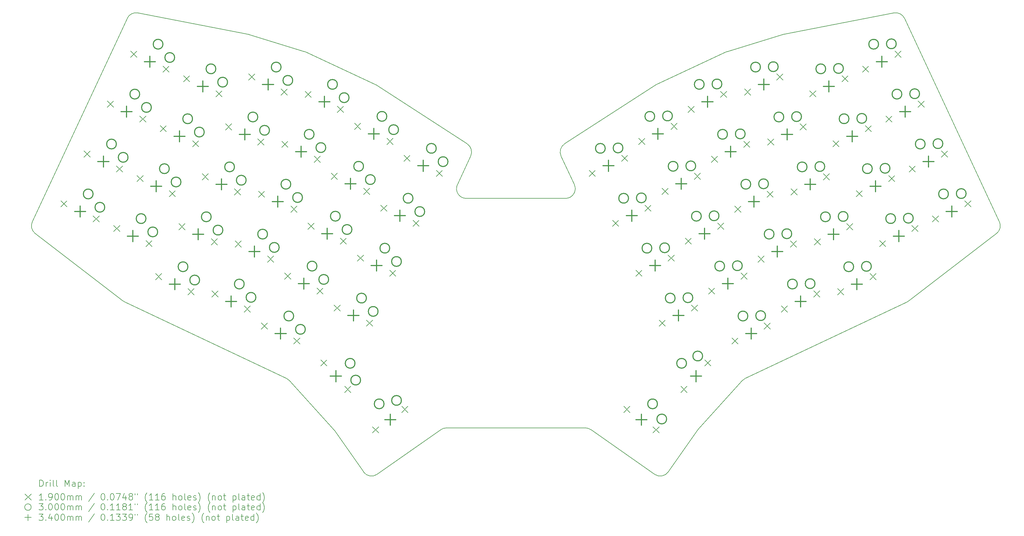
<source format=gbr>
%TF.GenerationSoftware,KiCad,Pcbnew,8.0.7*%
%TF.CreationDate,2024-12-17T03:44:43-05:00*%
%TF.ProjectId,choc,63686f63-2e6b-4696-9361-645f70636258,v1.0.0*%
%TF.SameCoordinates,Original*%
%TF.FileFunction,Drillmap*%
%TF.FilePolarity,Positive*%
%FSLAX45Y45*%
G04 Gerber Fmt 4.5, Leading zero omitted, Abs format (unit mm)*
G04 Created by KiCad (PCBNEW 8.0.7) date 2024-12-17 03:44:43*
%MOMM*%
%LPD*%
G01*
G04 APERTURE LIST*
%ADD10C,0.150000*%
%ADD11C,0.200000*%
%ADD12C,0.190000*%
%ADD13C,0.300000*%
%ADD14C,0.340000*%
G04 APERTURE END LIST*
D10*
X25406403Y-9322926D02*
X22591714Y-11144329D01*
X12825258Y-7760188D02*
X9427919Y-7102041D01*
X18949834Y-19909956D02*
X23227150Y-19909955D01*
X23227150Y-19909955D02*
G75*
G02*
X23399223Y-19964210I10J-299969D01*
G01*
X22891850Y-12400179D02*
G75*
G02*
X22619957Y-12826970I-271900J-126784D01*
G01*
X14117404Y-18460321D02*
X15470104Y-19962646D01*
X15470104Y-19962646D02*
G75*
G02*
X15492820Y-19991188I-222774J-200608D01*
G01*
X23399223Y-19964210D02*
X25369743Y-21343982D01*
X25787475Y-21270433D02*
X26684164Y-19991189D01*
X25406403Y-9322926D02*
G75*
G02*
X25442602Y-9302901I162906J-251737D01*
G01*
X33207217Y-15991107D02*
G75*
G02*
X33152797Y-16024362I-182778J237954D01*
G01*
X19557027Y-12826965D02*
G75*
G02*
X19285141Y-12400182I-8J299991D01*
G01*
X36004694Y-13546067D02*
X33078013Y-7269781D01*
X26706880Y-19962645D02*
X28059579Y-18460320D01*
X32749065Y-7102042D02*
X29351726Y-7760188D01*
X33207217Y-15991107D02*
X35915550Y-13910766D01*
X9024188Y-16024361D02*
G75*
G02*
X8969767Y-15991107I128312J271147D01*
G01*
X29320606Y-7767963D02*
G75*
G02*
X29351726Y-7760188I88194J-286831D01*
G01*
X6261435Y-13910766D02*
G75*
G02*
X6172291Y-13546067I182745J237913D01*
G01*
X16734382Y-9302899D02*
X14596826Y-8306140D01*
X16734382Y-9302899D02*
G75*
G02*
X16770581Y-9322925I-126802J-271935D01*
G01*
X12825258Y-7760188D02*
G75*
G02*
X12856377Y-7767963I-57098J-294666D01*
G01*
X19585270Y-11144330D02*
G75*
G02*
X19694183Y-11522982I-163000J-251874D01*
G01*
X22482805Y-11522980D02*
X22891850Y-12400179D01*
X36004694Y-13546066D02*
G75*
G02*
X35915551Y-13910768I-271894J-126788D01*
G01*
X26684164Y-19991189D02*
G75*
G02*
X26706881Y-19962645I245546J-172115D01*
G01*
X25787475Y-21270433D02*
G75*
G02*
X25369745Y-21343979I-245656J172190D01*
G01*
X16807241Y-21343983D02*
X18777761Y-19964210D01*
X29320606Y-7767963D02*
X27618767Y-8291283D01*
X14558216Y-8291283D02*
X12856377Y-7767963D01*
X6261435Y-13910766D02*
X8969767Y-15991107D01*
X19285135Y-12400179D02*
X19694179Y-11522981D01*
X27580158Y-8306141D02*
X25442602Y-9302900D01*
X28154196Y-18389893D02*
X33152796Y-16024361D01*
X14022788Y-18389891D02*
G75*
G02*
X14117404Y-18460321I-128308J-271142D01*
G01*
X22482805Y-11522980D02*
G75*
G02*
X22591715Y-11144330I271885J126787D01*
G01*
X9098971Y-7269781D02*
G75*
G02*
X9427920Y-7102038I271889J-126773D01*
G01*
X18777761Y-19964210D02*
G75*
G02*
X18949834Y-19909956I172069J-245734D01*
G01*
X16807241Y-21343983D02*
G75*
G02*
X16389513Y-21270430I-172072J245729D01*
G01*
X14558216Y-8291283D02*
G75*
G02*
X14596826Y-8306140I-88197J-286800D01*
G01*
X9098971Y-7269781D02*
X6172290Y-13546067D01*
X9024188Y-16024361D02*
X14022788Y-18389891D01*
X27580158Y-8306141D02*
G75*
G02*
X27618768Y-8291284I126772J-271853D01*
G01*
X32749065Y-7102042D02*
G75*
G02*
X33078011Y-7269782I57055J-294522D01*
G01*
X15492820Y-19991189D02*
X16389509Y-21270433D01*
X28059579Y-18460320D02*
G75*
G02*
X28154195Y-18389892I222931J-200723D01*
G01*
X19585270Y-11144330D02*
X16770581Y-9322926D01*
X22619957Y-12826964D02*
X19557027Y-12826965D01*
D11*
D12*
X7050698Y-12901619D02*
X7240698Y-13091619D01*
X7240698Y-12901619D02*
X7050698Y-13091619D01*
X7769149Y-11360895D02*
X7959149Y-11550895D01*
X7959149Y-11360895D02*
X7769149Y-11550895D01*
X8047637Y-13366499D02*
X8237637Y-13556499D01*
X8237637Y-13366499D02*
X8047637Y-13556499D01*
X8487600Y-9820173D02*
X8677600Y-10010173D01*
X8677600Y-9820173D02*
X8487600Y-10010173D01*
X8682052Y-13662332D02*
X8872052Y-13852332D01*
X8872052Y-13662332D02*
X8682052Y-13852332D01*
X8766087Y-11825775D02*
X8956087Y-12015775D01*
X8956087Y-11825775D02*
X8766087Y-12015775D01*
X9206051Y-8279449D02*
X9396051Y-8469449D01*
X9396051Y-8279449D02*
X9206051Y-8469449D01*
X9400503Y-12121608D02*
X9590503Y-12311608D01*
X9590503Y-12121608D02*
X9400503Y-12311608D01*
X9484538Y-10285053D02*
X9674538Y-10475053D01*
X9674538Y-10285053D02*
X9484538Y-10475053D01*
X9678991Y-14127212D02*
X9868991Y-14317212D01*
X9868991Y-14127212D02*
X9678991Y-14317212D01*
X9975311Y-15148091D02*
X10165311Y-15338091D01*
X10165311Y-15148091D02*
X9975311Y-15338091D01*
X10118954Y-10580885D02*
X10308954Y-10770885D01*
X10308954Y-10580885D02*
X10118954Y-10770885D01*
X10202989Y-8744329D02*
X10392989Y-8934329D01*
X10392989Y-8744329D02*
X10202989Y-8934329D01*
X10397441Y-12586488D02*
X10587441Y-12776488D01*
X10587441Y-12586488D02*
X10397441Y-12776488D01*
X10693762Y-13607368D02*
X10883762Y-13797368D01*
X10883762Y-13607368D02*
X10693762Y-13797368D01*
X10837405Y-9040162D02*
X11027405Y-9230162D01*
X11027405Y-9040162D02*
X10837405Y-9230162D01*
X10972250Y-15612971D02*
X11162250Y-15802971D01*
X11162250Y-15612971D02*
X10972250Y-15802971D01*
X11115893Y-11045765D02*
X11305893Y-11235765D01*
X11305893Y-11045765D02*
X11115893Y-11235765D01*
X11412213Y-12066644D02*
X11602213Y-12256644D01*
X11602213Y-12066644D02*
X11412213Y-12256644D01*
X11690701Y-14072248D02*
X11880701Y-14262248D01*
X11880701Y-14072248D02*
X11690701Y-14262248D01*
X11712319Y-15682227D02*
X11902319Y-15872227D01*
X11902319Y-15682227D02*
X11712319Y-15872227D01*
X11834343Y-9505042D02*
X12024343Y-9695042D01*
X12024343Y-9505042D02*
X11834343Y-9695042D01*
X12130664Y-10525921D02*
X12320664Y-10715921D01*
X12320664Y-10525921D02*
X12130664Y-10715921D01*
X12409152Y-12531524D02*
X12599152Y-12721524D01*
X12599152Y-12531524D02*
X12409152Y-12721524D01*
X12430770Y-14141503D02*
X12620770Y-14331503D01*
X12620770Y-14141503D02*
X12430770Y-14331503D01*
X12709258Y-16147107D02*
X12899258Y-16337107D01*
X12899258Y-16147107D02*
X12709258Y-16337107D01*
X12849115Y-8985197D02*
X13039115Y-9175197D01*
X13039115Y-8985197D02*
X12849115Y-9175197D01*
X13127603Y-10990801D02*
X13317603Y-11180801D01*
X13317603Y-10990801D02*
X13127603Y-11180801D01*
X13149222Y-12600780D02*
X13339222Y-12790780D01*
X13339222Y-12600780D02*
X13149222Y-12790780D01*
X13238018Y-16669517D02*
X13428018Y-16859517D01*
X13428018Y-16669517D02*
X13238018Y-16859517D01*
X13427709Y-14606383D02*
X13617709Y-14796383D01*
X13617709Y-14606383D02*
X13427709Y-14796383D01*
X13846054Y-9450077D02*
X14036054Y-9640077D01*
X14036054Y-9450077D02*
X13846054Y-9640077D01*
X13867673Y-11060057D02*
X14057673Y-11250057D01*
X14057673Y-11060057D02*
X13867673Y-11250057D01*
X13956471Y-15128793D02*
X14146471Y-15318793D01*
X14146471Y-15128793D02*
X13956471Y-15318793D01*
X14146160Y-13065660D02*
X14336160Y-13255660D01*
X14336160Y-13065660D02*
X14146160Y-13255660D01*
X14234957Y-17134397D02*
X14424957Y-17324397D01*
X14424957Y-17134397D02*
X14234957Y-17324397D01*
X14586123Y-9519334D02*
X14776123Y-9709334D01*
X14776123Y-9519334D02*
X14586123Y-9709334D01*
X14674921Y-13588070D02*
X14864921Y-13778070D01*
X14864921Y-13588070D02*
X14674921Y-13778070D01*
X14864611Y-11524937D02*
X15054611Y-11714937D01*
X15054611Y-11524937D02*
X14864611Y-11714937D01*
X14953409Y-15593673D02*
X15143409Y-15783673D01*
X15143409Y-15593673D02*
X14953409Y-15783673D01*
X15070969Y-17811222D02*
X15260969Y-18001222D01*
X15260969Y-17811222D02*
X15070969Y-18001222D01*
X15393372Y-12047347D02*
X15583372Y-12237347D01*
X15583372Y-12047347D02*
X15393372Y-12237347D01*
X15482169Y-16116083D02*
X15672169Y-16306083D01*
X15672169Y-16116083D02*
X15482169Y-16306083D01*
X15583062Y-9984214D02*
X15773062Y-10174214D01*
X15773062Y-9984214D02*
X15583062Y-10174214D01*
X15671860Y-14052950D02*
X15861860Y-14242950D01*
X15861860Y-14052950D02*
X15671860Y-14242950D01*
X15807013Y-18628681D02*
X15997013Y-18818681D01*
X15997013Y-18628681D02*
X15807013Y-18818681D01*
X16111823Y-10506624D02*
X16301823Y-10696624D01*
X16301823Y-10506624D02*
X16111823Y-10696624D01*
X16200621Y-14575360D02*
X16390621Y-14765360D01*
X16390621Y-14575360D02*
X16200621Y-14765360D01*
X16390311Y-12512227D02*
X16580311Y-12702227D01*
X16580311Y-12512227D02*
X16390311Y-12702227D01*
X16479108Y-16580963D02*
X16669108Y-16770963D01*
X16669108Y-16580963D02*
X16479108Y-16770963D01*
X16667115Y-19876690D02*
X16857115Y-20066690D01*
X16857115Y-19876690D02*
X16667115Y-20066690D01*
X16919071Y-13034636D02*
X17109071Y-13224636D01*
X17109071Y-13034636D02*
X16919071Y-13224636D01*
X17108762Y-10971504D02*
X17298762Y-11161504D01*
X17298762Y-10971504D02*
X17108762Y-11161504D01*
X17197559Y-15040240D02*
X17387559Y-15230240D01*
X17387559Y-15040240D02*
X17197559Y-15230240D01*
X17568182Y-19245755D02*
X17758182Y-19435755D01*
X17758182Y-19245755D02*
X17568182Y-19435755D01*
X17637523Y-11493914D02*
X17827523Y-11683914D01*
X17827523Y-11493914D02*
X17637523Y-11683914D01*
X17916010Y-13499516D02*
X18106010Y-13689516D01*
X18106010Y-13499516D02*
X17916010Y-13689516D01*
X18634461Y-11958794D02*
X18824461Y-12148794D01*
X18824461Y-11958794D02*
X18634461Y-12148794D01*
X23352523Y-11958793D02*
X23542523Y-12148793D01*
X23542523Y-11958793D02*
X23352523Y-12148793D01*
X24070974Y-13499516D02*
X24260974Y-13689516D01*
X24260974Y-13499516D02*
X24070974Y-13689516D01*
X24349461Y-11493913D02*
X24539461Y-11683913D01*
X24539461Y-11493913D02*
X24349461Y-11683913D01*
X24418802Y-19245755D02*
X24608802Y-19435755D01*
X24608802Y-19245755D02*
X24418802Y-19435755D01*
X24789425Y-15040240D02*
X24979425Y-15230240D01*
X24979425Y-15040240D02*
X24789425Y-15230240D01*
X24878222Y-10971504D02*
X25068222Y-11161504D01*
X25068222Y-10971504D02*
X24878222Y-11161504D01*
X25067912Y-13034636D02*
X25257912Y-13224636D01*
X25257912Y-13034636D02*
X25067912Y-13224636D01*
X25319869Y-19876689D02*
X25509869Y-20066689D01*
X25509869Y-19876689D02*
X25319869Y-20066689D01*
X25507876Y-16580963D02*
X25697876Y-16770963D01*
X25697876Y-16580963D02*
X25507876Y-16770963D01*
X25596673Y-12512227D02*
X25786673Y-12702227D01*
X25786673Y-12512227D02*
X25596673Y-12702227D01*
X25786363Y-14575360D02*
X25976363Y-14765360D01*
X25976363Y-14575360D02*
X25786363Y-14765360D01*
X25875161Y-10506624D02*
X26065161Y-10696624D01*
X26065161Y-10506624D02*
X25875161Y-10696624D01*
X26179971Y-18628681D02*
X26369971Y-18818681D01*
X26369971Y-18628681D02*
X26179971Y-18818681D01*
X26315124Y-14052950D02*
X26505124Y-14242950D01*
X26505124Y-14052950D02*
X26315124Y-14242950D01*
X26403921Y-9984213D02*
X26593921Y-10174213D01*
X26593921Y-9984213D02*
X26403921Y-10174213D01*
X26504815Y-16116083D02*
X26694815Y-16306083D01*
X26694815Y-16116083D02*
X26504815Y-16306083D01*
X26593611Y-12047347D02*
X26783611Y-12237347D01*
X26783611Y-12047347D02*
X26593611Y-12237347D01*
X26916014Y-17811221D02*
X27106014Y-18001221D01*
X27106014Y-17811221D02*
X26916014Y-18001221D01*
X27033575Y-15593673D02*
X27223575Y-15783673D01*
X27223575Y-15593673D02*
X27033575Y-15783673D01*
X27122373Y-11524937D02*
X27312373Y-11714937D01*
X27312373Y-11524937D02*
X27122373Y-11714937D01*
X27312063Y-13588070D02*
X27502063Y-13778070D01*
X27502063Y-13588070D02*
X27312063Y-13778070D01*
X27400860Y-9519333D02*
X27590860Y-9709333D01*
X27590860Y-9519333D02*
X27400860Y-9709333D01*
X27752026Y-17134397D02*
X27942026Y-17324397D01*
X27942026Y-17134397D02*
X27752026Y-17324397D01*
X27840824Y-13065660D02*
X28030824Y-13255660D01*
X28030824Y-13065660D02*
X27840824Y-13255660D01*
X28030514Y-15128793D02*
X28220514Y-15318793D01*
X28220514Y-15128793D02*
X28030514Y-15318793D01*
X28119311Y-11060057D02*
X28309311Y-11250057D01*
X28309311Y-11060057D02*
X28119311Y-11250057D01*
X28140930Y-9450078D02*
X28330930Y-9640078D01*
X28330930Y-9450078D02*
X28140930Y-9640078D01*
X28559275Y-14606383D02*
X28749275Y-14796383D01*
X28749275Y-14606383D02*
X28559275Y-14796383D01*
X28748965Y-16669516D02*
X28938965Y-16859517D01*
X28938965Y-16669516D02*
X28748965Y-16859517D01*
X28837762Y-12600780D02*
X29027762Y-12790780D01*
X29027762Y-12600780D02*
X28837762Y-12790780D01*
X28859381Y-10990801D02*
X29049381Y-11180801D01*
X29049381Y-10990801D02*
X28859381Y-11180801D01*
X29137868Y-8985198D02*
X29327868Y-9175198D01*
X29327868Y-8985198D02*
X29137868Y-9175198D01*
X29277725Y-16147107D02*
X29467725Y-16337107D01*
X29467725Y-16147107D02*
X29277725Y-16337107D01*
X29556213Y-14141503D02*
X29746213Y-14331503D01*
X29746213Y-14141503D02*
X29556213Y-14331503D01*
X29577832Y-12531524D02*
X29767832Y-12721524D01*
X29767832Y-12531524D02*
X29577832Y-12721524D01*
X29856320Y-10525921D02*
X30046320Y-10715921D01*
X30046320Y-10525921D02*
X29856320Y-10715921D01*
X30152640Y-9505042D02*
X30342640Y-9695042D01*
X30342640Y-9505042D02*
X30152640Y-9695042D01*
X30274664Y-15682227D02*
X30464664Y-15872227D01*
X30464664Y-15682227D02*
X30274664Y-15872227D01*
X30296283Y-14072247D02*
X30486283Y-14262247D01*
X30486283Y-14072247D02*
X30296283Y-14262247D01*
X30574771Y-12066644D02*
X30764771Y-12256644D01*
X30764771Y-12066644D02*
X30574771Y-12256644D01*
X30871092Y-11045765D02*
X31061092Y-11235764D01*
X31061092Y-11045765D02*
X30871092Y-11235764D01*
X31014734Y-15612970D02*
X31204734Y-15802970D01*
X31204734Y-15612970D02*
X31014734Y-15802970D01*
X31149579Y-9040162D02*
X31339579Y-9230162D01*
X31339579Y-9040162D02*
X31149579Y-9230162D01*
X31293222Y-13607367D02*
X31483222Y-13797367D01*
X31483222Y-13607367D02*
X31293222Y-13797367D01*
X31589542Y-12586488D02*
X31779542Y-12776488D01*
X31779542Y-12586488D02*
X31589542Y-12776488D01*
X31783995Y-8744329D02*
X31973995Y-8934329D01*
X31973995Y-8744329D02*
X31783995Y-8934329D01*
X31868030Y-10580885D02*
X32058030Y-10770885D01*
X32058030Y-10580885D02*
X31868030Y-10770885D01*
X32011673Y-15148090D02*
X32201673Y-15338090D01*
X32201673Y-15148090D02*
X32011673Y-15338090D01*
X32307994Y-14127211D02*
X32497994Y-14317211D01*
X32497994Y-14127211D02*
X32307994Y-14317211D01*
X32502445Y-10285053D02*
X32692445Y-10475053D01*
X32692445Y-10285053D02*
X32502445Y-10475053D01*
X32586481Y-12121608D02*
X32776481Y-12311608D01*
X32776481Y-12121608D02*
X32586481Y-12311608D01*
X32780934Y-8279449D02*
X32970934Y-8469449D01*
X32970934Y-8279449D02*
X32780934Y-8469449D01*
X33220896Y-11825776D02*
X33410896Y-12015776D01*
X33410896Y-11825776D02*
X33220896Y-12015776D01*
X33304932Y-13662331D02*
X33494932Y-13852331D01*
X33494932Y-13662331D02*
X33304932Y-13852331D01*
X33499384Y-9820173D02*
X33689384Y-10010173D01*
X33689384Y-9820173D02*
X33499384Y-10010173D01*
X33939348Y-13366499D02*
X34129348Y-13556499D01*
X34129348Y-13366499D02*
X33939348Y-13556499D01*
X34217835Y-11360896D02*
X34407835Y-11550896D01*
X34407835Y-11360896D02*
X34217835Y-11550896D01*
X34936286Y-12901619D02*
X35126286Y-13091619D01*
X35126286Y-12901619D02*
X34936286Y-13091619D01*
D13*
X8045625Y-12689806D02*
G75*
G02*
X7745625Y-12689806I-150000J0D01*
G01*
X7745625Y-12689806D02*
G75*
G02*
X8045625Y-12689806I150000J0D01*
G01*
X8405803Y-13100503D02*
G75*
G02*
X8105803Y-13100503I-150000J0D01*
G01*
X8105803Y-13100503D02*
G75*
G02*
X8405803Y-13100503I150000J0D01*
G01*
X8764076Y-11149083D02*
G75*
G02*
X8464076Y-11149083I-150000J0D01*
G01*
X8464076Y-11149083D02*
G75*
G02*
X8764076Y-11149083I150000J0D01*
G01*
X9124254Y-11559779D02*
G75*
G02*
X8824254Y-11559779I-150000J0D01*
G01*
X8824254Y-11559779D02*
G75*
G02*
X9124254Y-11559779I150000J0D01*
G01*
X9482527Y-9608360D02*
G75*
G02*
X9182527Y-9608360I-150000J0D01*
G01*
X9182527Y-9608360D02*
G75*
G02*
X9482527Y-9608360I150000J0D01*
G01*
X9676979Y-13450519D02*
G75*
G02*
X9376979Y-13450519I-150000J0D01*
G01*
X9376979Y-13450519D02*
G75*
G02*
X9676979Y-13450519I150000J0D01*
G01*
X9842705Y-10019057D02*
G75*
G02*
X9542705Y-10019057I-150000J0D01*
G01*
X9542705Y-10019057D02*
G75*
G02*
X9842705Y-10019057I150000J0D01*
G01*
X10037157Y-13861215D02*
G75*
G02*
X9737157Y-13861215I-150000J0D01*
G01*
X9737157Y-13861215D02*
G75*
G02*
X10037157Y-13861215I150000J0D01*
G01*
X10200978Y-8067636D02*
G75*
G02*
X9900978Y-8067636I-150000J0D01*
G01*
X9900978Y-8067636D02*
G75*
G02*
X10200978Y-8067636I150000J0D01*
G01*
X10395430Y-11909795D02*
G75*
G02*
X10095430Y-11909795I-150000J0D01*
G01*
X10095430Y-11909795D02*
G75*
G02*
X10395430Y-11909795I150000J0D01*
G01*
X10561156Y-8478333D02*
G75*
G02*
X10261156Y-8478333I-150000J0D01*
G01*
X10261156Y-8478333D02*
G75*
G02*
X10561156Y-8478333I150000J0D01*
G01*
X10755608Y-12320492D02*
G75*
G02*
X10455608Y-12320492I-150000J0D01*
G01*
X10455608Y-12320492D02*
G75*
G02*
X10755608Y-12320492I150000J0D01*
G01*
X10970239Y-14936278D02*
G75*
G02*
X10670239Y-14936278I-150000J0D01*
G01*
X10670239Y-14936278D02*
G75*
G02*
X10970239Y-14936278I150000J0D01*
G01*
X11113881Y-10369072D02*
G75*
G02*
X10813881Y-10369072I-150000J0D01*
G01*
X10813881Y-10369072D02*
G75*
G02*
X11113881Y-10369072I150000J0D01*
G01*
X11330416Y-15346975D02*
G75*
G02*
X11030416Y-15346975I-150000J0D01*
G01*
X11030416Y-15346975D02*
G75*
G02*
X11330416Y-15346975I150000J0D01*
G01*
X11474059Y-10779769D02*
G75*
G02*
X11174059Y-10779769I-150000J0D01*
G01*
X11174059Y-10779769D02*
G75*
G02*
X11474059Y-10779769I150000J0D01*
G01*
X11688689Y-13395555D02*
G75*
G02*
X11388689Y-13395555I-150000J0D01*
G01*
X11388689Y-13395555D02*
G75*
G02*
X11688689Y-13395555I150000J0D01*
G01*
X11832332Y-8828349D02*
G75*
G02*
X11532332Y-8828349I-150000J0D01*
G01*
X11532332Y-8828349D02*
G75*
G02*
X11832332Y-8828349I150000J0D01*
G01*
X12048867Y-13806252D02*
G75*
G02*
X11748867Y-13806252I-150000J0D01*
G01*
X11748867Y-13806252D02*
G75*
G02*
X12048867Y-13806252I150000J0D01*
G01*
X12192510Y-9239045D02*
G75*
G02*
X11892510Y-9239045I-150000J0D01*
G01*
X11892510Y-9239045D02*
G75*
G02*
X12192510Y-9239045I150000J0D01*
G01*
X12407140Y-11854831D02*
G75*
G02*
X12107140Y-11854831I-150000J0D01*
G01*
X12107140Y-11854831D02*
G75*
G02*
X12407140Y-11854831I150000J0D01*
G01*
X12707246Y-15470414D02*
G75*
G02*
X12407246Y-15470414I-150000J0D01*
G01*
X12407246Y-15470414D02*
G75*
G02*
X12707246Y-15470414I150000J0D01*
G01*
X12767318Y-12265528D02*
G75*
G02*
X12467318Y-12265528I-150000J0D01*
G01*
X12467318Y-12265528D02*
G75*
G02*
X12767318Y-12265528I150000J0D01*
G01*
X13067424Y-15881111D02*
G75*
G02*
X12767424Y-15881111I-150000J0D01*
G01*
X12767424Y-15881111D02*
G75*
G02*
X13067424Y-15881111I150000J0D01*
G01*
X13125592Y-10314108D02*
G75*
G02*
X12825592Y-10314108I-150000J0D01*
G01*
X12825592Y-10314108D02*
G75*
G02*
X13125592Y-10314108I150000J0D01*
G01*
X13425697Y-13929690D02*
G75*
G02*
X13125697Y-13929690I-150000J0D01*
G01*
X13125697Y-13929690D02*
G75*
G02*
X13425697Y-13929690I150000J0D01*
G01*
X13485769Y-10724805D02*
G75*
G02*
X13185769Y-10724805I-150000J0D01*
G01*
X13185769Y-10724805D02*
G75*
G02*
X13485769Y-10724805I150000J0D01*
G01*
X13785875Y-14340387D02*
G75*
G02*
X13485875Y-14340387I-150000J0D01*
G01*
X13485875Y-14340387D02*
G75*
G02*
X13785875Y-14340387I150000J0D01*
G01*
X13844042Y-8773384D02*
G75*
G02*
X13544042Y-8773384I-150000J0D01*
G01*
X13544042Y-8773384D02*
G75*
G02*
X13844042Y-8773384I150000J0D01*
G01*
X14144149Y-12388967D02*
G75*
G02*
X13844149Y-12388967I-150000J0D01*
G01*
X13844149Y-12388967D02*
G75*
G02*
X14144149Y-12388967I150000J0D01*
G01*
X14204220Y-9184081D02*
G75*
G02*
X13904220Y-9184081I-150000J0D01*
G01*
X13904220Y-9184081D02*
G75*
G02*
X14204220Y-9184081I150000J0D01*
G01*
X14232946Y-16457704D02*
G75*
G02*
X13932946Y-16457704I-150000J0D01*
G01*
X13932946Y-16457704D02*
G75*
G02*
X14232946Y-16457704I150000J0D01*
G01*
X14504327Y-12799664D02*
G75*
G02*
X14204327Y-12799664I-150000J0D01*
G01*
X14204327Y-12799664D02*
G75*
G02*
X14504327Y-12799664I150000J0D01*
G01*
X14593123Y-16868400D02*
G75*
G02*
X14293123Y-16868400I-150000J0D01*
G01*
X14293123Y-16868400D02*
G75*
G02*
X14593123Y-16868400I150000J0D01*
G01*
X14862600Y-10848244D02*
G75*
G02*
X14562600Y-10848244I-150000J0D01*
G01*
X14562600Y-10848244D02*
G75*
G02*
X14862600Y-10848244I150000J0D01*
G01*
X14951398Y-14916980D02*
G75*
G02*
X14651398Y-14916980I-150000J0D01*
G01*
X14651398Y-14916980D02*
G75*
G02*
X14951398Y-14916980I150000J0D01*
G01*
X15222778Y-11258941D02*
G75*
G02*
X14922778Y-11258941I-150000J0D01*
G01*
X14922778Y-11258941D02*
G75*
G02*
X15222778Y-11258941I150000J0D01*
G01*
X15311576Y-15327677D02*
G75*
G02*
X15011576Y-15327677I-150000J0D01*
G01*
X15011576Y-15327677D02*
G75*
G02*
X15311576Y-15327677I150000J0D01*
G01*
X15581051Y-9307521D02*
G75*
G02*
X15281051Y-9307521I-150000J0D01*
G01*
X15281051Y-9307521D02*
G75*
G02*
X15581051Y-9307521I150000J0D01*
G01*
X15669848Y-13376257D02*
G75*
G02*
X15369848Y-13376257I-150000J0D01*
G01*
X15369848Y-13376257D02*
G75*
G02*
X15669848Y-13376257I150000J0D01*
G01*
X15941228Y-9718218D02*
G75*
G02*
X15641228Y-9718218I-150000J0D01*
G01*
X15641228Y-9718218D02*
G75*
G02*
X15941228Y-9718218I150000J0D01*
G01*
X16030026Y-13786953D02*
G75*
G02*
X15730026Y-13786953I-150000J0D01*
G01*
X15730026Y-13786953D02*
G75*
G02*
X16030026Y-13786953I150000J0D01*
G01*
X16126162Y-17916819D02*
G75*
G02*
X15826162Y-17916819I-150000J0D01*
G01*
X15826162Y-17916819D02*
G75*
G02*
X16126162Y-17916819I150000J0D01*
G01*
X16297235Y-18435600D02*
G75*
G02*
X15997235Y-18435600I-150000J0D01*
G01*
X15997235Y-18435600D02*
G75*
G02*
X16297235Y-18435600I150000J0D01*
G01*
X16388299Y-11835534D02*
G75*
G02*
X16088299Y-11835534I-150000J0D01*
G01*
X16088299Y-11835534D02*
G75*
G02*
X16388299Y-11835534I150000J0D01*
G01*
X16477096Y-15904270D02*
G75*
G02*
X16177096Y-15904270I-150000J0D01*
G01*
X16177096Y-15904270D02*
G75*
G02*
X16477096Y-15904270I150000J0D01*
G01*
X16748477Y-12246230D02*
G75*
G02*
X16448477Y-12246230I-150000J0D01*
G01*
X16448477Y-12246230D02*
G75*
G02*
X16748477Y-12246230I150000J0D01*
G01*
X16837274Y-16314967D02*
G75*
G02*
X16537274Y-16314967I-150000J0D01*
G01*
X16537274Y-16314967D02*
G75*
G02*
X16837274Y-16314967I150000J0D01*
G01*
X17021370Y-19168827D02*
G75*
G02*
X16721370Y-19168827I-150000J0D01*
G01*
X16721370Y-19168827D02*
G75*
G02*
X17021370Y-19168827I150000J0D01*
G01*
X17106750Y-10294811D02*
G75*
G02*
X16806750Y-10294811I-150000J0D01*
G01*
X16806750Y-10294811D02*
G75*
G02*
X17106750Y-10294811I150000J0D01*
G01*
X17195548Y-14363547D02*
G75*
G02*
X16895548Y-14363547I-150000J0D01*
G01*
X16895548Y-14363547D02*
G75*
G02*
X17195548Y-14363547I150000J0D01*
G01*
X17466928Y-10705507D02*
G75*
G02*
X17166928Y-10705507I-150000J0D01*
G01*
X17166928Y-10705507D02*
G75*
G02*
X17466928Y-10705507I150000J0D01*
G01*
X17555726Y-14774244D02*
G75*
G02*
X17255726Y-14774244I-150000J0D01*
G01*
X17255726Y-14774244D02*
G75*
G02*
X17555726Y-14774244I150000J0D01*
G01*
X17557133Y-19062252D02*
G75*
G02*
X17257133Y-19062252I-150000J0D01*
G01*
X17257133Y-19062252D02*
G75*
G02*
X17557133Y-19062252I150000J0D01*
G01*
X17913998Y-12822823D02*
G75*
G02*
X17613998Y-12822823I-150000J0D01*
G01*
X17613998Y-12822823D02*
G75*
G02*
X17913998Y-12822823I150000J0D01*
G01*
X18274176Y-13233520D02*
G75*
G02*
X17974176Y-13233520I-150000J0D01*
G01*
X17974176Y-13233520D02*
G75*
G02*
X18274176Y-13233520I150000J0D01*
G01*
X18632450Y-11282101D02*
G75*
G02*
X18332450Y-11282101I-150000J0D01*
G01*
X18332450Y-11282101D02*
G75*
G02*
X18632450Y-11282101I150000J0D01*
G01*
X18992628Y-11692798D02*
G75*
G02*
X18692628Y-11692798I-150000J0D01*
G01*
X18692628Y-11692798D02*
G75*
G02*
X18992628Y-11692798I150000J0D01*
G01*
X23844534Y-11282100D02*
G75*
G02*
X23544534Y-11282100I-150000J0D01*
G01*
X23544534Y-11282100D02*
G75*
G02*
X23844534Y-11282100I150000J0D01*
G01*
X24390664Y-11270179D02*
G75*
G02*
X24090664Y-11270179I-150000J0D01*
G01*
X24090664Y-11270179D02*
G75*
G02*
X24390664Y-11270179I150000J0D01*
G01*
X24562985Y-12822823D02*
G75*
G02*
X24262985Y-12822823I-150000J0D01*
G01*
X24262985Y-12822823D02*
G75*
G02*
X24562985Y-12822823I150000J0D01*
G01*
X25109115Y-12810902D02*
G75*
G02*
X24809115Y-12810902I-150000J0D01*
G01*
X24809115Y-12810902D02*
G75*
G02*
X25109115Y-12810902I150000J0D01*
G01*
X25281436Y-14363547D02*
G75*
G02*
X24981436Y-14363547I-150000J0D01*
G01*
X24981436Y-14363547D02*
G75*
G02*
X25281436Y-14363547I150000J0D01*
G01*
X25370233Y-10294811D02*
G75*
G02*
X25070233Y-10294811I-150000J0D01*
G01*
X25070233Y-10294811D02*
G75*
G02*
X25370233Y-10294811I150000J0D01*
G01*
X25455613Y-19168827D02*
G75*
G02*
X25155613Y-19168827I-150000J0D01*
G01*
X25155613Y-19168827D02*
G75*
G02*
X25455613Y-19168827I150000J0D01*
G01*
X25739002Y-19635828D02*
G75*
G02*
X25439002Y-19635828I-150000J0D01*
G01*
X25439002Y-19635828D02*
G75*
G02*
X25739002Y-19635828I150000J0D01*
G01*
X25827566Y-14351625D02*
G75*
G02*
X25527566Y-14351625I-150000J0D01*
G01*
X25527566Y-14351625D02*
G75*
G02*
X25827566Y-14351625I150000J0D01*
G01*
X25916363Y-10282889D02*
G75*
G02*
X25616363Y-10282889I-150000J0D01*
G01*
X25616363Y-10282889D02*
G75*
G02*
X25916363Y-10282889I150000J0D01*
G01*
X25999888Y-15904269D02*
G75*
G02*
X25699888Y-15904269I-150000J0D01*
G01*
X25699888Y-15904269D02*
G75*
G02*
X25999888Y-15904269I150000J0D01*
G01*
X26088684Y-11835534D02*
G75*
G02*
X25788684Y-11835534I-150000J0D01*
G01*
X25788684Y-11835534D02*
G75*
G02*
X26088684Y-11835534I150000J0D01*
G01*
X26350821Y-17916818D02*
G75*
G02*
X26050821Y-17916818I-150000J0D01*
G01*
X26050821Y-17916818D02*
G75*
G02*
X26350821Y-17916818I150000J0D01*
G01*
X26546017Y-15892348D02*
G75*
G02*
X26246017Y-15892348I-150000J0D01*
G01*
X26246017Y-15892348D02*
G75*
G02*
X26546017Y-15892348I150000J0D01*
G01*
X26634814Y-11823613D02*
G75*
G02*
X26334814Y-11823613I-150000J0D01*
G01*
X26334814Y-11823613D02*
G75*
G02*
X26634814Y-11823613I150000J0D01*
G01*
X26807136Y-13376257D02*
G75*
G02*
X26507136Y-13376257I-150000J0D01*
G01*
X26507136Y-13376257D02*
G75*
G02*
X26807136Y-13376257I150000J0D01*
G01*
X26848879Y-17692454D02*
G75*
G02*
X26548879Y-17692454I-150000J0D01*
G01*
X26548879Y-17692454D02*
G75*
G02*
X26848879Y-17692454I150000J0D01*
G01*
X26895933Y-9307520D02*
G75*
G02*
X26595933Y-9307520I-150000J0D01*
G01*
X26595933Y-9307520D02*
G75*
G02*
X26895933Y-9307520I150000J0D01*
G01*
X27353265Y-13364336D02*
G75*
G02*
X27053265Y-13364336I-150000J0D01*
G01*
X27053265Y-13364336D02*
G75*
G02*
X27353265Y-13364336I150000J0D01*
G01*
X27442062Y-9295599D02*
G75*
G02*
X27142062Y-9295599I-150000J0D01*
G01*
X27142062Y-9295599D02*
G75*
G02*
X27442062Y-9295599I150000J0D01*
G01*
X27525587Y-14916980D02*
G75*
G02*
X27225587Y-14916980I-150000J0D01*
G01*
X27225587Y-14916980D02*
G75*
G02*
X27525587Y-14916980I150000J0D01*
G01*
X27614384Y-10848244D02*
G75*
G02*
X27314384Y-10848244I-150000J0D01*
G01*
X27314384Y-10848244D02*
G75*
G02*
X27614384Y-10848244I150000J0D01*
G01*
X28071716Y-14905059D02*
G75*
G02*
X27771716Y-14905059I-150000J0D01*
G01*
X27771716Y-14905059D02*
G75*
G02*
X28071716Y-14905059I150000J0D01*
G01*
X28160514Y-10836322D02*
G75*
G02*
X27860514Y-10836322I-150000J0D01*
G01*
X27860514Y-10836322D02*
G75*
G02*
X28160514Y-10836322I150000J0D01*
G01*
X28244038Y-16457703D02*
G75*
G02*
X27944038Y-16457703I-150000J0D01*
G01*
X27944038Y-16457703D02*
G75*
G02*
X28244038Y-16457703I150000J0D01*
G01*
X28332835Y-12388967D02*
G75*
G02*
X28032835Y-12388967I-150000J0D01*
G01*
X28032835Y-12388967D02*
G75*
G02*
X28332835Y-12388967I150000J0D01*
G01*
X28632941Y-8773385D02*
G75*
G02*
X28332941Y-8773385I-150000J0D01*
G01*
X28332941Y-8773385D02*
G75*
G02*
X28632941Y-8773385I150000J0D01*
G01*
X28790167Y-16445782D02*
G75*
G02*
X28490167Y-16445782I-150000J0D01*
G01*
X28490167Y-16445782D02*
G75*
G02*
X28790167Y-16445782I150000J0D01*
G01*
X28878965Y-12377045D02*
G75*
G02*
X28578965Y-12377045I-150000J0D01*
G01*
X28578965Y-12377045D02*
G75*
G02*
X28878965Y-12377045I150000J0D01*
G01*
X29051286Y-13929690D02*
G75*
G02*
X28751286Y-13929690I-150000J0D01*
G01*
X28751286Y-13929690D02*
G75*
G02*
X29051286Y-13929690I150000J0D01*
G01*
X29179071Y-8761463D02*
G75*
G02*
X28879071Y-8761463I-150000J0D01*
G01*
X28879071Y-8761463D02*
G75*
G02*
X29179071Y-8761463I150000J0D01*
G01*
X29351393Y-10314108D02*
G75*
G02*
X29051393Y-10314108I-150000J0D01*
G01*
X29051393Y-10314108D02*
G75*
G02*
X29351393Y-10314108I150000J0D01*
G01*
X29597416Y-13917769D02*
G75*
G02*
X29297416Y-13917769I-150000J0D01*
G01*
X29297416Y-13917769D02*
G75*
G02*
X29597416Y-13917769I150000J0D01*
G01*
X29769737Y-15470414D02*
G75*
G02*
X29469737Y-15470414I-150000J0D01*
G01*
X29469737Y-15470414D02*
G75*
G02*
X29769737Y-15470414I150000J0D01*
G01*
X29897522Y-10302186D02*
G75*
G02*
X29597522Y-10302186I-150000J0D01*
G01*
X29597522Y-10302186D02*
G75*
G02*
X29897522Y-10302186I150000J0D01*
G01*
X30069844Y-11854831D02*
G75*
G02*
X29769844Y-11854831I-150000J0D01*
G01*
X29769844Y-11854831D02*
G75*
G02*
X30069844Y-11854831I150000J0D01*
G01*
X30315866Y-15458492D02*
G75*
G02*
X30015866Y-15458492I-150000J0D01*
G01*
X30015866Y-15458492D02*
G75*
G02*
X30315866Y-15458492I150000J0D01*
G01*
X30615973Y-11842910D02*
G75*
G02*
X30315973Y-11842910I-150000J0D01*
G01*
X30315973Y-11842910D02*
G75*
G02*
X30615973Y-11842910I150000J0D01*
G01*
X30644652Y-8828349D02*
G75*
G02*
X30344652Y-8828349I-150000J0D01*
G01*
X30344652Y-8828349D02*
G75*
G02*
X30644652Y-8828349I150000J0D01*
G01*
X30788295Y-13395554D02*
G75*
G02*
X30488295Y-13395554I-150000J0D01*
G01*
X30488295Y-13395554D02*
G75*
G02*
X30788295Y-13395554I150000J0D01*
G01*
X31190781Y-8816428D02*
G75*
G02*
X30890781Y-8816428I-150000J0D01*
G01*
X30890781Y-8816428D02*
G75*
G02*
X31190781Y-8816428I150000J0D01*
G01*
X31334424Y-13383633D02*
G75*
G02*
X31034424Y-13383633I-150000J0D01*
G01*
X31034424Y-13383633D02*
G75*
G02*
X31334424Y-13383633I150000J0D01*
G01*
X31363103Y-10369071D02*
G75*
G02*
X31063103Y-10369071I-150000J0D01*
G01*
X31063103Y-10369071D02*
G75*
G02*
X31363103Y-10369071I150000J0D01*
G01*
X31506746Y-14936277D02*
G75*
G02*
X31206746Y-14936277I-150000J0D01*
G01*
X31206746Y-14936277D02*
G75*
G02*
X31506746Y-14936277I150000J0D01*
G01*
X31909233Y-10357150D02*
G75*
G02*
X31609233Y-10357150I-150000J0D01*
G01*
X31609233Y-10357150D02*
G75*
G02*
X31909233Y-10357150I150000J0D01*
G01*
X32052875Y-14924356D02*
G75*
G02*
X31752875Y-14924356I-150000J0D01*
G01*
X31752875Y-14924356D02*
G75*
G02*
X32052875Y-14924356I150000J0D01*
G01*
X32081554Y-11909795D02*
G75*
G02*
X31781554Y-11909795I-150000J0D01*
G01*
X31781554Y-11909795D02*
G75*
G02*
X32081554Y-11909795I150000J0D01*
G01*
X32276006Y-8067636D02*
G75*
G02*
X31976006Y-8067636I-150000J0D01*
G01*
X31976006Y-8067636D02*
G75*
G02*
X32276006Y-8067636I150000J0D01*
G01*
X32627683Y-11897874D02*
G75*
G02*
X32327683Y-11897874I-150000J0D01*
G01*
X32327683Y-11897874D02*
G75*
G02*
X32627683Y-11897874I150000J0D01*
G01*
X32800005Y-13450518D02*
G75*
G02*
X32500005Y-13450518I-150000J0D01*
G01*
X32500005Y-13450518D02*
G75*
G02*
X32800005Y-13450518I150000J0D01*
G01*
X32822136Y-8055715D02*
G75*
G02*
X32522136Y-8055715I-150000J0D01*
G01*
X32522136Y-8055715D02*
G75*
G02*
X32822136Y-8055715I150000J0D01*
G01*
X32994457Y-9608360D02*
G75*
G02*
X32694457Y-9608360I-150000J0D01*
G01*
X32694457Y-9608360D02*
G75*
G02*
X32994457Y-9608360I150000J0D01*
G01*
X33346135Y-13438597D02*
G75*
G02*
X33046135Y-13438597I-150000J0D01*
G01*
X33046135Y-13438597D02*
G75*
G02*
X33346135Y-13438597I150000J0D01*
G01*
X33540586Y-9596438D02*
G75*
G02*
X33240586Y-9596438I-150000J0D01*
G01*
X33240586Y-9596438D02*
G75*
G02*
X33540586Y-9596438I150000J0D01*
G01*
X33712908Y-11149083D02*
G75*
G02*
X33412908Y-11149083I-150000J0D01*
G01*
X33412908Y-11149083D02*
G75*
G02*
X33712908Y-11149083I150000J0D01*
G01*
X34259038Y-11137161D02*
G75*
G02*
X33959038Y-11137161I-150000J0D01*
G01*
X33959038Y-11137161D02*
G75*
G02*
X34259038Y-11137161I150000J0D01*
G01*
X34431359Y-12689806D02*
G75*
G02*
X34131359Y-12689806I-150000J0D01*
G01*
X34131359Y-12689806D02*
G75*
G02*
X34431359Y-12689806I150000J0D01*
G01*
X34977489Y-12677884D02*
G75*
G02*
X34677489Y-12677884I-150000J0D01*
G01*
X34677489Y-12677884D02*
G75*
G02*
X34977489Y-12677884I150000J0D01*
G01*
D14*
X7644167Y-13059059D02*
X7644167Y-13399059D01*
X7474167Y-13229059D02*
X7814167Y-13229059D01*
X8362618Y-11518335D02*
X8362618Y-11858335D01*
X8192618Y-11688335D02*
X8532618Y-11688335D01*
X9081069Y-9977613D02*
X9081069Y-10317613D01*
X8911069Y-10147613D02*
X9251069Y-10147613D01*
X9275521Y-13819772D02*
X9275521Y-14159772D01*
X9105521Y-13989772D02*
X9445521Y-13989772D01*
X9799520Y-8436889D02*
X9799520Y-8776889D01*
X9629520Y-8606889D02*
X9969520Y-8606889D01*
X9993972Y-12279048D02*
X9993972Y-12619048D01*
X9823972Y-12449048D02*
X10163972Y-12449048D01*
X10568781Y-15305531D02*
X10568781Y-15645531D01*
X10398781Y-15475531D02*
X10738781Y-15475531D01*
X10712423Y-10738325D02*
X10712423Y-11078325D01*
X10542423Y-10908325D02*
X10882423Y-10908325D01*
X11287231Y-13764808D02*
X11287231Y-14104808D01*
X11117231Y-13934808D02*
X11457231Y-13934808D01*
X11430874Y-9197602D02*
X11430874Y-9537602D01*
X11260874Y-9367602D02*
X11600874Y-9367602D01*
X12005682Y-12224084D02*
X12005682Y-12564084D01*
X11835682Y-12394084D02*
X12175682Y-12394084D01*
X12305789Y-15839667D02*
X12305789Y-16179667D01*
X12135789Y-16009667D02*
X12475789Y-16009667D01*
X12724134Y-10683361D02*
X12724134Y-11023361D01*
X12554134Y-10853361D02*
X12894134Y-10853361D01*
X13024240Y-14298943D02*
X13024240Y-14638943D01*
X12854240Y-14468943D02*
X13194240Y-14468943D01*
X13442584Y-9142637D02*
X13442584Y-9482637D01*
X13272584Y-9312637D02*
X13612584Y-9312637D01*
X13742691Y-12758220D02*
X13742691Y-13098220D01*
X13572691Y-12928220D02*
X13912691Y-12928220D01*
X13831488Y-16826957D02*
X13831488Y-17166957D01*
X13661488Y-16996957D02*
X14001488Y-16996957D01*
X14461142Y-11217497D02*
X14461142Y-11557497D01*
X14291142Y-11387497D02*
X14631142Y-11387497D01*
X14549940Y-15286233D02*
X14549940Y-15626233D01*
X14379940Y-15456233D02*
X14719940Y-15456233D01*
X15179593Y-9676774D02*
X15179593Y-10016774D01*
X15009593Y-9846774D02*
X15349593Y-9846774D01*
X15268390Y-13745510D02*
X15268390Y-14085510D01*
X15098390Y-13915510D02*
X15438390Y-13915510D01*
X15533991Y-18144952D02*
X15533991Y-18484952D01*
X15363991Y-18314952D02*
X15703991Y-18314952D01*
X15986841Y-12204787D02*
X15986841Y-12544787D01*
X15816841Y-12374787D02*
X16156841Y-12374787D01*
X16075638Y-16273523D02*
X16075638Y-16613523D01*
X15905638Y-16443523D02*
X16245638Y-16443523D01*
X16705292Y-10664064D02*
X16705292Y-11004064D01*
X16535292Y-10834064D02*
X16875292Y-10834064D01*
X16794090Y-14732800D02*
X16794090Y-15072800D01*
X16624090Y-14902800D02*
X16964090Y-14902800D01*
X17212649Y-19486223D02*
X17212649Y-19826223D01*
X17042649Y-19656223D02*
X17382649Y-19656223D01*
X17512541Y-13192076D02*
X17512541Y-13532076D01*
X17342541Y-13362076D02*
X17682541Y-13362076D01*
X18230992Y-11651354D02*
X18230992Y-11991354D01*
X18060992Y-11821354D02*
X18400992Y-11821354D01*
X23945992Y-11651353D02*
X23945992Y-11991353D01*
X23775992Y-11821353D02*
X24115992Y-11821353D01*
X24664443Y-13192076D02*
X24664443Y-13532076D01*
X24494443Y-13362076D02*
X24834443Y-13362076D01*
X24964335Y-19486222D02*
X24964335Y-19826222D01*
X24794335Y-19656222D02*
X25134335Y-19656222D01*
X25382894Y-14732800D02*
X25382894Y-15072800D01*
X25212894Y-14902800D02*
X25552894Y-14902800D01*
X25471691Y-10664064D02*
X25471691Y-11004064D01*
X25301691Y-10834064D02*
X25641691Y-10834064D01*
X26101346Y-16273523D02*
X26101346Y-16613523D01*
X25931346Y-16443523D02*
X26271346Y-16443523D01*
X26190142Y-12204787D02*
X26190142Y-12544787D01*
X26020142Y-12374787D02*
X26360142Y-12374787D01*
X26642993Y-18144951D02*
X26642993Y-18484951D01*
X26472993Y-18314951D02*
X26812993Y-18314951D01*
X26908593Y-13745510D02*
X26908593Y-14085510D01*
X26738593Y-13915510D02*
X27078593Y-13915510D01*
X26997391Y-9676773D02*
X26997391Y-10016773D01*
X26827391Y-9846773D02*
X27167391Y-9846773D01*
X27627045Y-15286233D02*
X27627045Y-15626233D01*
X27457045Y-15456233D02*
X27797045Y-15456233D01*
X27715842Y-11217497D02*
X27715842Y-11557497D01*
X27545842Y-11387497D02*
X27885842Y-11387497D01*
X28345496Y-16826957D02*
X28345496Y-17166957D01*
X28175496Y-16996957D02*
X28515496Y-16996957D01*
X28434293Y-12758220D02*
X28434293Y-13098220D01*
X28264293Y-12928220D02*
X28604293Y-12928220D01*
X28734399Y-9142638D02*
X28734399Y-9482638D01*
X28564399Y-9312638D02*
X28904399Y-9312638D01*
X29152744Y-14298943D02*
X29152744Y-14638943D01*
X28982744Y-14468943D02*
X29322744Y-14468943D01*
X29452851Y-10683361D02*
X29452851Y-11023361D01*
X29282851Y-10853361D02*
X29622851Y-10853361D01*
X29871194Y-15839667D02*
X29871194Y-16179667D01*
X29701194Y-16009667D02*
X30041194Y-16009667D01*
X30171302Y-12224084D02*
X30171302Y-12564084D01*
X30001302Y-12394084D02*
X30341302Y-12394084D01*
X30746109Y-9197602D02*
X30746109Y-9537602D01*
X30576109Y-9367602D02*
X30916109Y-9367602D01*
X30889753Y-13764807D02*
X30889753Y-14104807D01*
X30719753Y-13934807D02*
X31059753Y-13934807D01*
X31464561Y-10738325D02*
X31464561Y-11078325D01*
X31294561Y-10908325D02*
X31634561Y-10908325D01*
X31608203Y-15305530D02*
X31608203Y-15645530D01*
X31438203Y-15475530D02*
X31778203Y-15475530D01*
X32183012Y-12279048D02*
X32183012Y-12619048D01*
X32013012Y-12449048D02*
X32353012Y-12449048D01*
X32377464Y-8436889D02*
X32377464Y-8776889D01*
X32207464Y-8606889D02*
X32547464Y-8606889D01*
X32901463Y-13819771D02*
X32901463Y-14159771D01*
X32731463Y-13989771D02*
X33071463Y-13989771D01*
X33095915Y-9977613D02*
X33095915Y-10317613D01*
X32925915Y-10147613D02*
X33265915Y-10147613D01*
X33814366Y-11518336D02*
X33814366Y-11858336D01*
X33644366Y-11688336D02*
X33984366Y-11688336D01*
X34532817Y-13059059D02*
X34532817Y-13399059D01*
X34362817Y-13229059D02*
X34702817Y-13229059D01*
D11*
X6397460Y-21717223D02*
X6397460Y-21517223D01*
X6397460Y-21517223D02*
X6445079Y-21517223D01*
X6445079Y-21517223D02*
X6473650Y-21526747D01*
X6473650Y-21526747D02*
X6492698Y-21545795D01*
X6492698Y-21545795D02*
X6502222Y-21564842D01*
X6502222Y-21564842D02*
X6511745Y-21602938D01*
X6511745Y-21602938D02*
X6511745Y-21631509D01*
X6511745Y-21631509D02*
X6502222Y-21669604D01*
X6502222Y-21669604D02*
X6492698Y-21688652D01*
X6492698Y-21688652D02*
X6473650Y-21707700D01*
X6473650Y-21707700D02*
X6445079Y-21717223D01*
X6445079Y-21717223D02*
X6397460Y-21717223D01*
X6597460Y-21717223D02*
X6597460Y-21583890D01*
X6597460Y-21621985D02*
X6606984Y-21602938D01*
X6606984Y-21602938D02*
X6616507Y-21593414D01*
X6616507Y-21593414D02*
X6635555Y-21583890D01*
X6635555Y-21583890D02*
X6654603Y-21583890D01*
X6721269Y-21717223D02*
X6721269Y-21583890D01*
X6721269Y-21517223D02*
X6711745Y-21526747D01*
X6711745Y-21526747D02*
X6721269Y-21536271D01*
X6721269Y-21536271D02*
X6730793Y-21526747D01*
X6730793Y-21526747D02*
X6721269Y-21517223D01*
X6721269Y-21517223D02*
X6721269Y-21536271D01*
X6845079Y-21717223D02*
X6826031Y-21707700D01*
X6826031Y-21707700D02*
X6816507Y-21688652D01*
X6816507Y-21688652D02*
X6816507Y-21517223D01*
X6949841Y-21717223D02*
X6930793Y-21707700D01*
X6930793Y-21707700D02*
X6921269Y-21688652D01*
X6921269Y-21688652D02*
X6921269Y-21517223D01*
X7178412Y-21717223D02*
X7178412Y-21517223D01*
X7178412Y-21517223D02*
X7245079Y-21660080D01*
X7245079Y-21660080D02*
X7311745Y-21517223D01*
X7311745Y-21517223D02*
X7311745Y-21717223D01*
X7492698Y-21717223D02*
X7492698Y-21612461D01*
X7492698Y-21612461D02*
X7483174Y-21593414D01*
X7483174Y-21593414D02*
X7464126Y-21583890D01*
X7464126Y-21583890D02*
X7426031Y-21583890D01*
X7426031Y-21583890D02*
X7406984Y-21593414D01*
X7492698Y-21707700D02*
X7473650Y-21717223D01*
X7473650Y-21717223D02*
X7426031Y-21717223D01*
X7426031Y-21717223D02*
X7406984Y-21707700D01*
X7406984Y-21707700D02*
X7397460Y-21688652D01*
X7397460Y-21688652D02*
X7397460Y-21669604D01*
X7397460Y-21669604D02*
X7406984Y-21650557D01*
X7406984Y-21650557D02*
X7426031Y-21641033D01*
X7426031Y-21641033D02*
X7473650Y-21641033D01*
X7473650Y-21641033D02*
X7492698Y-21631509D01*
X7587936Y-21583890D02*
X7587936Y-21783890D01*
X7587936Y-21593414D02*
X7606984Y-21583890D01*
X7606984Y-21583890D02*
X7645079Y-21583890D01*
X7645079Y-21583890D02*
X7664126Y-21593414D01*
X7664126Y-21593414D02*
X7673650Y-21602938D01*
X7673650Y-21602938D02*
X7683174Y-21621985D01*
X7683174Y-21621985D02*
X7683174Y-21679128D01*
X7683174Y-21679128D02*
X7673650Y-21698176D01*
X7673650Y-21698176D02*
X7664126Y-21707700D01*
X7664126Y-21707700D02*
X7645079Y-21717223D01*
X7645079Y-21717223D02*
X7606984Y-21717223D01*
X7606984Y-21717223D02*
X7587936Y-21707700D01*
X7768888Y-21698176D02*
X7778412Y-21707700D01*
X7778412Y-21707700D02*
X7768888Y-21717223D01*
X7768888Y-21717223D02*
X7759365Y-21707700D01*
X7759365Y-21707700D02*
X7768888Y-21698176D01*
X7768888Y-21698176D02*
X7768888Y-21717223D01*
X7768888Y-21593414D02*
X7778412Y-21602938D01*
X7778412Y-21602938D02*
X7768888Y-21612461D01*
X7768888Y-21612461D02*
X7759365Y-21602938D01*
X7759365Y-21602938D02*
X7768888Y-21593414D01*
X7768888Y-21593414D02*
X7768888Y-21612461D01*
D12*
X5946683Y-21950740D02*
X6136683Y-22140740D01*
X6136683Y-21950740D02*
X5946683Y-22140740D01*
D11*
X6502222Y-22137223D02*
X6387936Y-22137223D01*
X6445079Y-22137223D02*
X6445079Y-21937223D01*
X6445079Y-21937223D02*
X6426031Y-21965795D01*
X6426031Y-21965795D02*
X6406984Y-21984842D01*
X6406984Y-21984842D02*
X6387936Y-21994366D01*
X6587936Y-22118176D02*
X6597460Y-22127700D01*
X6597460Y-22127700D02*
X6587936Y-22137223D01*
X6587936Y-22137223D02*
X6578412Y-22127700D01*
X6578412Y-22127700D02*
X6587936Y-22118176D01*
X6587936Y-22118176D02*
X6587936Y-22137223D01*
X6692698Y-22137223D02*
X6730793Y-22137223D01*
X6730793Y-22137223D02*
X6749841Y-22127700D01*
X6749841Y-22127700D02*
X6759365Y-22118176D01*
X6759365Y-22118176D02*
X6778412Y-22089604D01*
X6778412Y-22089604D02*
X6787936Y-22051509D01*
X6787936Y-22051509D02*
X6787936Y-21975319D01*
X6787936Y-21975319D02*
X6778412Y-21956271D01*
X6778412Y-21956271D02*
X6768888Y-21946747D01*
X6768888Y-21946747D02*
X6749841Y-21937223D01*
X6749841Y-21937223D02*
X6711745Y-21937223D01*
X6711745Y-21937223D02*
X6692698Y-21946747D01*
X6692698Y-21946747D02*
X6683174Y-21956271D01*
X6683174Y-21956271D02*
X6673650Y-21975319D01*
X6673650Y-21975319D02*
X6673650Y-22022938D01*
X6673650Y-22022938D02*
X6683174Y-22041985D01*
X6683174Y-22041985D02*
X6692698Y-22051509D01*
X6692698Y-22051509D02*
X6711745Y-22061033D01*
X6711745Y-22061033D02*
X6749841Y-22061033D01*
X6749841Y-22061033D02*
X6768888Y-22051509D01*
X6768888Y-22051509D02*
X6778412Y-22041985D01*
X6778412Y-22041985D02*
X6787936Y-22022938D01*
X6911745Y-21937223D02*
X6930793Y-21937223D01*
X6930793Y-21937223D02*
X6949841Y-21946747D01*
X6949841Y-21946747D02*
X6959365Y-21956271D01*
X6959365Y-21956271D02*
X6968888Y-21975319D01*
X6968888Y-21975319D02*
X6978412Y-22013414D01*
X6978412Y-22013414D02*
X6978412Y-22061033D01*
X6978412Y-22061033D02*
X6968888Y-22099128D01*
X6968888Y-22099128D02*
X6959365Y-22118176D01*
X6959365Y-22118176D02*
X6949841Y-22127700D01*
X6949841Y-22127700D02*
X6930793Y-22137223D01*
X6930793Y-22137223D02*
X6911745Y-22137223D01*
X6911745Y-22137223D02*
X6892698Y-22127700D01*
X6892698Y-22127700D02*
X6883174Y-22118176D01*
X6883174Y-22118176D02*
X6873650Y-22099128D01*
X6873650Y-22099128D02*
X6864126Y-22061033D01*
X6864126Y-22061033D02*
X6864126Y-22013414D01*
X6864126Y-22013414D02*
X6873650Y-21975319D01*
X6873650Y-21975319D02*
X6883174Y-21956271D01*
X6883174Y-21956271D02*
X6892698Y-21946747D01*
X6892698Y-21946747D02*
X6911745Y-21937223D01*
X7102222Y-21937223D02*
X7121269Y-21937223D01*
X7121269Y-21937223D02*
X7140317Y-21946747D01*
X7140317Y-21946747D02*
X7149841Y-21956271D01*
X7149841Y-21956271D02*
X7159365Y-21975319D01*
X7159365Y-21975319D02*
X7168888Y-22013414D01*
X7168888Y-22013414D02*
X7168888Y-22061033D01*
X7168888Y-22061033D02*
X7159365Y-22099128D01*
X7159365Y-22099128D02*
X7149841Y-22118176D01*
X7149841Y-22118176D02*
X7140317Y-22127700D01*
X7140317Y-22127700D02*
X7121269Y-22137223D01*
X7121269Y-22137223D02*
X7102222Y-22137223D01*
X7102222Y-22137223D02*
X7083174Y-22127700D01*
X7083174Y-22127700D02*
X7073650Y-22118176D01*
X7073650Y-22118176D02*
X7064126Y-22099128D01*
X7064126Y-22099128D02*
X7054603Y-22061033D01*
X7054603Y-22061033D02*
X7054603Y-22013414D01*
X7054603Y-22013414D02*
X7064126Y-21975319D01*
X7064126Y-21975319D02*
X7073650Y-21956271D01*
X7073650Y-21956271D02*
X7083174Y-21946747D01*
X7083174Y-21946747D02*
X7102222Y-21937223D01*
X7254603Y-22137223D02*
X7254603Y-22003890D01*
X7254603Y-22022938D02*
X7264126Y-22013414D01*
X7264126Y-22013414D02*
X7283174Y-22003890D01*
X7283174Y-22003890D02*
X7311746Y-22003890D01*
X7311746Y-22003890D02*
X7330793Y-22013414D01*
X7330793Y-22013414D02*
X7340317Y-22032461D01*
X7340317Y-22032461D02*
X7340317Y-22137223D01*
X7340317Y-22032461D02*
X7349841Y-22013414D01*
X7349841Y-22013414D02*
X7368888Y-22003890D01*
X7368888Y-22003890D02*
X7397460Y-22003890D01*
X7397460Y-22003890D02*
X7416507Y-22013414D01*
X7416507Y-22013414D02*
X7426031Y-22032461D01*
X7426031Y-22032461D02*
X7426031Y-22137223D01*
X7521269Y-22137223D02*
X7521269Y-22003890D01*
X7521269Y-22022938D02*
X7530793Y-22013414D01*
X7530793Y-22013414D02*
X7549841Y-22003890D01*
X7549841Y-22003890D02*
X7578412Y-22003890D01*
X7578412Y-22003890D02*
X7597460Y-22013414D01*
X7597460Y-22013414D02*
X7606984Y-22032461D01*
X7606984Y-22032461D02*
X7606984Y-22137223D01*
X7606984Y-22032461D02*
X7616507Y-22013414D01*
X7616507Y-22013414D02*
X7635555Y-22003890D01*
X7635555Y-22003890D02*
X7664126Y-22003890D01*
X7664126Y-22003890D02*
X7683174Y-22013414D01*
X7683174Y-22013414D02*
X7692698Y-22032461D01*
X7692698Y-22032461D02*
X7692698Y-22137223D01*
X8083174Y-21927700D02*
X7911746Y-22184842D01*
X8340317Y-21937223D02*
X8359365Y-21937223D01*
X8359365Y-21937223D02*
X8378412Y-21946747D01*
X8378412Y-21946747D02*
X8387936Y-21956271D01*
X8387936Y-21956271D02*
X8397460Y-21975319D01*
X8397460Y-21975319D02*
X8406984Y-22013414D01*
X8406984Y-22013414D02*
X8406984Y-22061033D01*
X8406984Y-22061033D02*
X8397460Y-22099128D01*
X8397460Y-22099128D02*
X8387936Y-22118176D01*
X8387936Y-22118176D02*
X8378412Y-22127700D01*
X8378412Y-22127700D02*
X8359365Y-22137223D01*
X8359365Y-22137223D02*
X8340317Y-22137223D01*
X8340317Y-22137223D02*
X8321269Y-22127700D01*
X8321269Y-22127700D02*
X8311746Y-22118176D01*
X8311746Y-22118176D02*
X8302222Y-22099128D01*
X8302222Y-22099128D02*
X8292698Y-22061033D01*
X8292698Y-22061033D02*
X8292698Y-22013414D01*
X8292698Y-22013414D02*
X8302222Y-21975319D01*
X8302222Y-21975319D02*
X8311746Y-21956271D01*
X8311746Y-21956271D02*
X8321269Y-21946747D01*
X8321269Y-21946747D02*
X8340317Y-21937223D01*
X8492698Y-22118176D02*
X8502222Y-22127700D01*
X8502222Y-22127700D02*
X8492698Y-22137223D01*
X8492698Y-22137223D02*
X8483174Y-22127700D01*
X8483174Y-22127700D02*
X8492698Y-22118176D01*
X8492698Y-22118176D02*
X8492698Y-22137223D01*
X8626031Y-21937223D02*
X8645079Y-21937223D01*
X8645079Y-21937223D02*
X8664127Y-21946747D01*
X8664127Y-21946747D02*
X8673651Y-21956271D01*
X8673651Y-21956271D02*
X8683174Y-21975319D01*
X8683174Y-21975319D02*
X8692698Y-22013414D01*
X8692698Y-22013414D02*
X8692698Y-22061033D01*
X8692698Y-22061033D02*
X8683174Y-22099128D01*
X8683174Y-22099128D02*
X8673651Y-22118176D01*
X8673651Y-22118176D02*
X8664127Y-22127700D01*
X8664127Y-22127700D02*
X8645079Y-22137223D01*
X8645079Y-22137223D02*
X8626031Y-22137223D01*
X8626031Y-22137223D02*
X8606984Y-22127700D01*
X8606984Y-22127700D02*
X8597460Y-22118176D01*
X8597460Y-22118176D02*
X8587936Y-22099128D01*
X8587936Y-22099128D02*
X8578412Y-22061033D01*
X8578412Y-22061033D02*
X8578412Y-22013414D01*
X8578412Y-22013414D02*
X8587936Y-21975319D01*
X8587936Y-21975319D02*
X8597460Y-21956271D01*
X8597460Y-21956271D02*
X8606984Y-21946747D01*
X8606984Y-21946747D02*
X8626031Y-21937223D01*
X8759365Y-21937223D02*
X8892698Y-21937223D01*
X8892698Y-21937223D02*
X8806984Y-22137223D01*
X9054603Y-22003890D02*
X9054603Y-22137223D01*
X9006984Y-21927700D02*
X8959365Y-22070557D01*
X8959365Y-22070557D02*
X9083174Y-22070557D01*
X9187936Y-22022938D02*
X9168889Y-22013414D01*
X9168889Y-22013414D02*
X9159365Y-22003890D01*
X9159365Y-22003890D02*
X9149841Y-21984842D01*
X9149841Y-21984842D02*
X9149841Y-21975319D01*
X9149841Y-21975319D02*
X9159365Y-21956271D01*
X9159365Y-21956271D02*
X9168889Y-21946747D01*
X9168889Y-21946747D02*
X9187936Y-21937223D01*
X9187936Y-21937223D02*
X9226032Y-21937223D01*
X9226032Y-21937223D02*
X9245079Y-21946747D01*
X9245079Y-21946747D02*
X9254603Y-21956271D01*
X9254603Y-21956271D02*
X9264127Y-21975319D01*
X9264127Y-21975319D02*
X9264127Y-21984842D01*
X9264127Y-21984842D02*
X9254603Y-22003890D01*
X9254603Y-22003890D02*
X9245079Y-22013414D01*
X9245079Y-22013414D02*
X9226032Y-22022938D01*
X9226032Y-22022938D02*
X9187936Y-22022938D01*
X9187936Y-22022938D02*
X9168889Y-22032461D01*
X9168889Y-22032461D02*
X9159365Y-22041985D01*
X9159365Y-22041985D02*
X9149841Y-22061033D01*
X9149841Y-22061033D02*
X9149841Y-22099128D01*
X9149841Y-22099128D02*
X9159365Y-22118176D01*
X9159365Y-22118176D02*
X9168889Y-22127700D01*
X9168889Y-22127700D02*
X9187936Y-22137223D01*
X9187936Y-22137223D02*
X9226032Y-22137223D01*
X9226032Y-22137223D02*
X9245079Y-22127700D01*
X9245079Y-22127700D02*
X9254603Y-22118176D01*
X9254603Y-22118176D02*
X9264127Y-22099128D01*
X9264127Y-22099128D02*
X9264127Y-22061033D01*
X9264127Y-22061033D02*
X9254603Y-22041985D01*
X9254603Y-22041985D02*
X9245079Y-22032461D01*
X9245079Y-22032461D02*
X9226032Y-22022938D01*
X9340317Y-21937223D02*
X9340317Y-21975319D01*
X9416508Y-21937223D02*
X9416508Y-21975319D01*
X9711746Y-22213414D02*
X9702222Y-22203890D01*
X9702222Y-22203890D02*
X9683174Y-22175319D01*
X9683174Y-22175319D02*
X9673651Y-22156271D01*
X9673651Y-22156271D02*
X9664127Y-22127700D01*
X9664127Y-22127700D02*
X9654603Y-22080080D01*
X9654603Y-22080080D02*
X9654603Y-22041985D01*
X9654603Y-22041985D02*
X9664127Y-21994366D01*
X9664127Y-21994366D02*
X9673651Y-21965795D01*
X9673651Y-21965795D02*
X9683174Y-21946747D01*
X9683174Y-21946747D02*
X9702222Y-21918176D01*
X9702222Y-21918176D02*
X9711746Y-21908652D01*
X9892698Y-22137223D02*
X9778413Y-22137223D01*
X9835555Y-22137223D02*
X9835555Y-21937223D01*
X9835555Y-21937223D02*
X9816508Y-21965795D01*
X9816508Y-21965795D02*
X9797460Y-21984842D01*
X9797460Y-21984842D02*
X9778413Y-21994366D01*
X10083174Y-22137223D02*
X9968889Y-22137223D01*
X10026032Y-22137223D02*
X10026032Y-21937223D01*
X10026032Y-21937223D02*
X10006984Y-21965795D01*
X10006984Y-21965795D02*
X9987936Y-21984842D01*
X9987936Y-21984842D02*
X9968889Y-21994366D01*
X10254603Y-21937223D02*
X10216508Y-21937223D01*
X10216508Y-21937223D02*
X10197460Y-21946747D01*
X10197460Y-21946747D02*
X10187936Y-21956271D01*
X10187936Y-21956271D02*
X10168889Y-21984842D01*
X10168889Y-21984842D02*
X10159365Y-22022938D01*
X10159365Y-22022938D02*
X10159365Y-22099128D01*
X10159365Y-22099128D02*
X10168889Y-22118176D01*
X10168889Y-22118176D02*
X10178413Y-22127700D01*
X10178413Y-22127700D02*
X10197460Y-22137223D01*
X10197460Y-22137223D02*
X10235555Y-22137223D01*
X10235555Y-22137223D02*
X10254603Y-22127700D01*
X10254603Y-22127700D02*
X10264127Y-22118176D01*
X10264127Y-22118176D02*
X10273651Y-22099128D01*
X10273651Y-22099128D02*
X10273651Y-22051509D01*
X10273651Y-22051509D02*
X10264127Y-22032461D01*
X10264127Y-22032461D02*
X10254603Y-22022938D01*
X10254603Y-22022938D02*
X10235555Y-22013414D01*
X10235555Y-22013414D02*
X10197460Y-22013414D01*
X10197460Y-22013414D02*
X10178413Y-22022938D01*
X10178413Y-22022938D02*
X10168889Y-22032461D01*
X10168889Y-22032461D02*
X10159365Y-22051509D01*
X10511746Y-22137223D02*
X10511746Y-21937223D01*
X10597460Y-22137223D02*
X10597460Y-22032461D01*
X10597460Y-22032461D02*
X10587936Y-22013414D01*
X10587936Y-22013414D02*
X10568889Y-22003890D01*
X10568889Y-22003890D02*
X10540317Y-22003890D01*
X10540317Y-22003890D02*
X10521270Y-22013414D01*
X10521270Y-22013414D02*
X10511746Y-22022938D01*
X10721270Y-22137223D02*
X10702222Y-22127700D01*
X10702222Y-22127700D02*
X10692698Y-22118176D01*
X10692698Y-22118176D02*
X10683175Y-22099128D01*
X10683175Y-22099128D02*
X10683175Y-22041985D01*
X10683175Y-22041985D02*
X10692698Y-22022938D01*
X10692698Y-22022938D02*
X10702222Y-22013414D01*
X10702222Y-22013414D02*
X10721270Y-22003890D01*
X10721270Y-22003890D02*
X10749841Y-22003890D01*
X10749841Y-22003890D02*
X10768889Y-22013414D01*
X10768889Y-22013414D02*
X10778413Y-22022938D01*
X10778413Y-22022938D02*
X10787936Y-22041985D01*
X10787936Y-22041985D02*
X10787936Y-22099128D01*
X10787936Y-22099128D02*
X10778413Y-22118176D01*
X10778413Y-22118176D02*
X10768889Y-22127700D01*
X10768889Y-22127700D02*
X10749841Y-22137223D01*
X10749841Y-22137223D02*
X10721270Y-22137223D01*
X10902222Y-22137223D02*
X10883175Y-22127700D01*
X10883175Y-22127700D02*
X10873651Y-22108652D01*
X10873651Y-22108652D02*
X10873651Y-21937223D01*
X11054603Y-22127700D02*
X11035556Y-22137223D01*
X11035556Y-22137223D02*
X10997460Y-22137223D01*
X10997460Y-22137223D02*
X10978413Y-22127700D01*
X10978413Y-22127700D02*
X10968889Y-22108652D01*
X10968889Y-22108652D02*
X10968889Y-22032461D01*
X10968889Y-22032461D02*
X10978413Y-22013414D01*
X10978413Y-22013414D02*
X10997460Y-22003890D01*
X10997460Y-22003890D02*
X11035556Y-22003890D01*
X11035556Y-22003890D02*
X11054603Y-22013414D01*
X11054603Y-22013414D02*
X11064127Y-22032461D01*
X11064127Y-22032461D02*
X11064127Y-22051509D01*
X11064127Y-22051509D02*
X10968889Y-22070557D01*
X11140317Y-22127700D02*
X11159365Y-22137223D01*
X11159365Y-22137223D02*
X11197460Y-22137223D01*
X11197460Y-22137223D02*
X11216508Y-22127700D01*
X11216508Y-22127700D02*
X11226032Y-22108652D01*
X11226032Y-22108652D02*
X11226032Y-22099128D01*
X11226032Y-22099128D02*
X11216508Y-22080080D01*
X11216508Y-22080080D02*
X11197460Y-22070557D01*
X11197460Y-22070557D02*
X11168889Y-22070557D01*
X11168889Y-22070557D02*
X11149841Y-22061033D01*
X11149841Y-22061033D02*
X11140317Y-22041985D01*
X11140317Y-22041985D02*
X11140317Y-22032461D01*
X11140317Y-22032461D02*
X11149841Y-22013414D01*
X11149841Y-22013414D02*
X11168889Y-22003890D01*
X11168889Y-22003890D02*
X11197460Y-22003890D01*
X11197460Y-22003890D02*
X11216508Y-22013414D01*
X11292698Y-22213414D02*
X11302222Y-22203890D01*
X11302222Y-22203890D02*
X11321270Y-22175319D01*
X11321270Y-22175319D02*
X11330794Y-22156271D01*
X11330794Y-22156271D02*
X11340317Y-22127700D01*
X11340317Y-22127700D02*
X11349841Y-22080080D01*
X11349841Y-22080080D02*
X11349841Y-22041985D01*
X11349841Y-22041985D02*
X11340317Y-21994366D01*
X11340317Y-21994366D02*
X11330794Y-21965795D01*
X11330794Y-21965795D02*
X11321270Y-21946747D01*
X11321270Y-21946747D02*
X11302222Y-21918176D01*
X11302222Y-21918176D02*
X11292698Y-21908652D01*
X11654603Y-22213414D02*
X11645079Y-22203890D01*
X11645079Y-22203890D02*
X11626032Y-22175319D01*
X11626032Y-22175319D02*
X11616508Y-22156271D01*
X11616508Y-22156271D02*
X11606984Y-22127700D01*
X11606984Y-22127700D02*
X11597460Y-22080080D01*
X11597460Y-22080080D02*
X11597460Y-22041985D01*
X11597460Y-22041985D02*
X11606984Y-21994366D01*
X11606984Y-21994366D02*
X11616508Y-21965795D01*
X11616508Y-21965795D02*
X11626032Y-21946747D01*
X11626032Y-21946747D02*
X11645079Y-21918176D01*
X11645079Y-21918176D02*
X11654603Y-21908652D01*
X11730794Y-22003890D02*
X11730794Y-22137223D01*
X11730794Y-22022938D02*
X11740317Y-22013414D01*
X11740317Y-22013414D02*
X11759365Y-22003890D01*
X11759365Y-22003890D02*
X11787936Y-22003890D01*
X11787936Y-22003890D02*
X11806984Y-22013414D01*
X11806984Y-22013414D02*
X11816508Y-22032461D01*
X11816508Y-22032461D02*
X11816508Y-22137223D01*
X11940317Y-22137223D02*
X11921270Y-22127700D01*
X11921270Y-22127700D02*
X11911746Y-22118176D01*
X11911746Y-22118176D02*
X11902222Y-22099128D01*
X11902222Y-22099128D02*
X11902222Y-22041985D01*
X11902222Y-22041985D02*
X11911746Y-22022938D01*
X11911746Y-22022938D02*
X11921270Y-22013414D01*
X11921270Y-22013414D02*
X11940317Y-22003890D01*
X11940317Y-22003890D02*
X11968889Y-22003890D01*
X11968889Y-22003890D02*
X11987936Y-22013414D01*
X11987936Y-22013414D02*
X11997460Y-22022938D01*
X11997460Y-22022938D02*
X12006984Y-22041985D01*
X12006984Y-22041985D02*
X12006984Y-22099128D01*
X12006984Y-22099128D02*
X11997460Y-22118176D01*
X11997460Y-22118176D02*
X11987936Y-22127700D01*
X11987936Y-22127700D02*
X11968889Y-22137223D01*
X11968889Y-22137223D02*
X11940317Y-22137223D01*
X12064127Y-22003890D02*
X12140317Y-22003890D01*
X12092698Y-21937223D02*
X12092698Y-22108652D01*
X12092698Y-22108652D02*
X12102222Y-22127700D01*
X12102222Y-22127700D02*
X12121270Y-22137223D01*
X12121270Y-22137223D02*
X12140317Y-22137223D01*
X12359365Y-22003890D02*
X12359365Y-22203890D01*
X12359365Y-22013414D02*
X12378413Y-22003890D01*
X12378413Y-22003890D02*
X12416508Y-22003890D01*
X12416508Y-22003890D02*
X12435556Y-22013414D01*
X12435556Y-22013414D02*
X12445079Y-22022938D01*
X12445079Y-22022938D02*
X12454603Y-22041985D01*
X12454603Y-22041985D02*
X12454603Y-22099128D01*
X12454603Y-22099128D02*
X12445079Y-22118176D01*
X12445079Y-22118176D02*
X12435556Y-22127700D01*
X12435556Y-22127700D02*
X12416508Y-22137223D01*
X12416508Y-22137223D02*
X12378413Y-22137223D01*
X12378413Y-22137223D02*
X12359365Y-22127700D01*
X12568889Y-22137223D02*
X12549841Y-22127700D01*
X12549841Y-22127700D02*
X12540317Y-22108652D01*
X12540317Y-22108652D02*
X12540317Y-21937223D01*
X12730794Y-22137223D02*
X12730794Y-22032461D01*
X12730794Y-22032461D02*
X12721270Y-22013414D01*
X12721270Y-22013414D02*
X12702222Y-22003890D01*
X12702222Y-22003890D02*
X12664127Y-22003890D01*
X12664127Y-22003890D02*
X12645079Y-22013414D01*
X12730794Y-22127700D02*
X12711746Y-22137223D01*
X12711746Y-22137223D02*
X12664127Y-22137223D01*
X12664127Y-22137223D02*
X12645079Y-22127700D01*
X12645079Y-22127700D02*
X12635556Y-22108652D01*
X12635556Y-22108652D02*
X12635556Y-22089604D01*
X12635556Y-22089604D02*
X12645079Y-22070557D01*
X12645079Y-22070557D02*
X12664127Y-22061033D01*
X12664127Y-22061033D02*
X12711746Y-22061033D01*
X12711746Y-22061033D02*
X12730794Y-22051509D01*
X12797460Y-22003890D02*
X12873651Y-22003890D01*
X12826032Y-21937223D02*
X12826032Y-22108652D01*
X12826032Y-22108652D02*
X12835556Y-22127700D01*
X12835556Y-22127700D02*
X12854603Y-22137223D01*
X12854603Y-22137223D02*
X12873651Y-22137223D01*
X13016508Y-22127700D02*
X12997460Y-22137223D01*
X12997460Y-22137223D02*
X12959365Y-22137223D01*
X12959365Y-22137223D02*
X12940317Y-22127700D01*
X12940317Y-22127700D02*
X12930794Y-22108652D01*
X12930794Y-22108652D02*
X12930794Y-22032461D01*
X12930794Y-22032461D02*
X12940317Y-22013414D01*
X12940317Y-22013414D02*
X12959365Y-22003890D01*
X12959365Y-22003890D02*
X12997460Y-22003890D01*
X12997460Y-22003890D02*
X13016508Y-22013414D01*
X13016508Y-22013414D02*
X13026032Y-22032461D01*
X13026032Y-22032461D02*
X13026032Y-22051509D01*
X13026032Y-22051509D02*
X12930794Y-22070557D01*
X13197460Y-22137223D02*
X13197460Y-21937223D01*
X13197460Y-22127700D02*
X13178413Y-22137223D01*
X13178413Y-22137223D02*
X13140317Y-22137223D01*
X13140317Y-22137223D02*
X13121270Y-22127700D01*
X13121270Y-22127700D02*
X13111746Y-22118176D01*
X13111746Y-22118176D02*
X13102222Y-22099128D01*
X13102222Y-22099128D02*
X13102222Y-22041985D01*
X13102222Y-22041985D02*
X13111746Y-22022938D01*
X13111746Y-22022938D02*
X13121270Y-22013414D01*
X13121270Y-22013414D02*
X13140317Y-22003890D01*
X13140317Y-22003890D02*
X13178413Y-22003890D01*
X13178413Y-22003890D02*
X13197460Y-22013414D01*
X13273651Y-22213414D02*
X13283175Y-22203890D01*
X13283175Y-22203890D02*
X13302222Y-22175319D01*
X13302222Y-22175319D02*
X13311746Y-22156271D01*
X13311746Y-22156271D02*
X13321270Y-22127700D01*
X13321270Y-22127700D02*
X13330794Y-22080080D01*
X13330794Y-22080080D02*
X13330794Y-22041985D01*
X13330794Y-22041985D02*
X13321270Y-21994366D01*
X13321270Y-21994366D02*
X13311746Y-21965795D01*
X13311746Y-21965795D02*
X13302222Y-21946747D01*
X13302222Y-21946747D02*
X13283175Y-21918176D01*
X13283175Y-21918176D02*
X13273651Y-21908652D01*
X6136683Y-22355740D02*
G75*
G02*
X5936683Y-22355740I-100000J0D01*
G01*
X5936683Y-22355740D02*
G75*
G02*
X6136683Y-22355740I100000J0D01*
G01*
X6378412Y-22247223D02*
X6502222Y-22247223D01*
X6502222Y-22247223D02*
X6435555Y-22323414D01*
X6435555Y-22323414D02*
X6464126Y-22323414D01*
X6464126Y-22323414D02*
X6483174Y-22332938D01*
X6483174Y-22332938D02*
X6492698Y-22342461D01*
X6492698Y-22342461D02*
X6502222Y-22361509D01*
X6502222Y-22361509D02*
X6502222Y-22409128D01*
X6502222Y-22409128D02*
X6492698Y-22428176D01*
X6492698Y-22428176D02*
X6483174Y-22437699D01*
X6483174Y-22437699D02*
X6464126Y-22447223D01*
X6464126Y-22447223D02*
X6406984Y-22447223D01*
X6406984Y-22447223D02*
X6387936Y-22437699D01*
X6387936Y-22437699D02*
X6378412Y-22428176D01*
X6587936Y-22428176D02*
X6597460Y-22437699D01*
X6597460Y-22437699D02*
X6587936Y-22447223D01*
X6587936Y-22447223D02*
X6578412Y-22437699D01*
X6578412Y-22437699D02*
X6587936Y-22428176D01*
X6587936Y-22428176D02*
X6587936Y-22447223D01*
X6721269Y-22247223D02*
X6740317Y-22247223D01*
X6740317Y-22247223D02*
X6759365Y-22256747D01*
X6759365Y-22256747D02*
X6768888Y-22266271D01*
X6768888Y-22266271D02*
X6778412Y-22285319D01*
X6778412Y-22285319D02*
X6787936Y-22323414D01*
X6787936Y-22323414D02*
X6787936Y-22371033D01*
X6787936Y-22371033D02*
X6778412Y-22409128D01*
X6778412Y-22409128D02*
X6768888Y-22428176D01*
X6768888Y-22428176D02*
X6759365Y-22437699D01*
X6759365Y-22437699D02*
X6740317Y-22447223D01*
X6740317Y-22447223D02*
X6721269Y-22447223D01*
X6721269Y-22447223D02*
X6702222Y-22437699D01*
X6702222Y-22437699D02*
X6692698Y-22428176D01*
X6692698Y-22428176D02*
X6683174Y-22409128D01*
X6683174Y-22409128D02*
X6673650Y-22371033D01*
X6673650Y-22371033D02*
X6673650Y-22323414D01*
X6673650Y-22323414D02*
X6683174Y-22285319D01*
X6683174Y-22285319D02*
X6692698Y-22266271D01*
X6692698Y-22266271D02*
X6702222Y-22256747D01*
X6702222Y-22256747D02*
X6721269Y-22247223D01*
X6911745Y-22247223D02*
X6930793Y-22247223D01*
X6930793Y-22247223D02*
X6949841Y-22256747D01*
X6949841Y-22256747D02*
X6959365Y-22266271D01*
X6959365Y-22266271D02*
X6968888Y-22285319D01*
X6968888Y-22285319D02*
X6978412Y-22323414D01*
X6978412Y-22323414D02*
X6978412Y-22371033D01*
X6978412Y-22371033D02*
X6968888Y-22409128D01*
X6968888Y-22409128D02*
X6959365Y-22428176D01*
X6959365Y-22428176D02*
X6949841Y-22437699D01*
X6949841Y-22437699D02*
X6930793Y-22447223D01*
X6930793Y-22447223D02*
X6911745Y-22447223D01*
X6911745Y-22447223D02*
X6892698Y-22437699D01*
X6892698Y-22437699D02*
X6883174Y-22428176D01*
X6883174Y-22428176D02*
X6873650Y-22409128D01*
X6873650Y-22409128D02*
X6864126Y-22371033D01*
X6864126Y-22371033D02*
X6864126Y-22323414D01*
X6864126Y-22323414D02*
X6873650Y-22285319D01*
X6873650Y-22285319D02*
X6883174Y-22266271D01*
X6883174Y-22266271D02*
X6892698Y-22256747D01*
X6892698Y-22256747D02*
X6911745Y-22247223D01*
X7102222Y-22247223D02*
X7121269Y-22247223D01*
X7121269Y-22247223D02*
X7140317Y-22256747D01*
X7140317Y-22256747D02*
X7149841Y-22266271D01*
X7149841Y-22266271D02*
X7159365Y-22285319D01*
X7159365Y-22285319D02*
X7168888Y-22323414D01*
X7168888Y-22323414D02*
X7168888Y-22371033D01*
X7168888Y-22371033D02*
X7159365Y-22409128D01*
X7159365Y-22409128D02*
X7149841Y-22428176D01*
X7149841Y-22428176D02*
X7140317Y-22437699D01*
X7140317Y-22437699D02*
X7121269Y-22447223D01*
X7121269Y-22447223D02*
X7102222Y-22447223D01*
X7102222Y-22447223D02*
X7083174Y-22437699D01*
X7083174Y-22437699D02*
X7073650Y-22428176D01*
X7073650Y-22428176D02*
X7064126Y-22409128D01*
X7064126Y-22409128D02*
X7054603Y-22371033D01*
X7054603Y-22371033D02*
X7054603Y-22323414D01*
X7054603Y-22323414D02*
X7064126Y-22285319D01*
X7064126Y-22285319D02*
X7073650Y-22266271D01*
X7073650Y-22266271D02*
X7083174Y-22256747D01*
X7083174Y-22256747D02*
X7102222Y-22247223D01*
X7254603Y-22447223D02*
X7254603Y-22313890D01*
X7254603Y-22332938D02*
X7264126Y-22323414D01*
X7264126Y-22323414D02*
X7283174Y-22313890D01*
X7283174Y-22313890D02*
X7311746Y-22313890D01*
X7311746Y-22313890D02*
X7330793Y-22323414D01*
X7330793Y-22323414D02*
X7340317Y-22342461D01*
X7340317Y-22342461D02*
X7340317Y-22447223D01*
X7340317Y-22342461D02*
X7349841Y-22323414D01*
X7349841Y-22323414D02*
X7368888Y-22313890D01*
X7368888Y-22313890D02*
X7397460Y-22313890D01*
X7397460Y-22313890D02*
X7416507Y-22323414D01*
X7416507Y-22323414D02*
X7426031Y-22342461D01*
X7426031Y-22342461D02*
X7426031Y-22447223D01*
X7521269Y-22447223D02*
X7521269Y-22313890D01*
X7521269Y-22332938D02*
X7530793Y-22323414D01*
X7530793Y-22323414D02*
X7549841Y-22313890D01*
X7549841Y-22313890D02*
X7578412Y-22313890D01*
X7578412Y-22313890D02*
X7597460Y-22323414D01*
X7597460Y-22323414D02*
X7606984Y-22342461D01*
X7606984Y-22342461D02*
X7606984Y-22447223D01*
X7606984Y-22342461D02*
X7616507Y-22323414D01*
X7616507Y-22323414D02*
X7635555Y-22313890D01*
X7635555Y-22313890D02*
X7664126Y-22313890D01*
X7664126Y-22313890D02*
X7683174Y-22323414D01*
X7683174Y-22323414D02*
X7692698Y-22342461D01*
X7692698Y-22342461D02*
X7692698Y-22447223D01*
X8083174Y-22237700D02*
X7911746Y-22494842D01*
X8340317Y-22247223D02*
X8359365Y-22247223D01*
X8359365Y-22247223D02*
X8378412Y-22256747D01*
X8378412Y-22256747D02*
X8387936Y-22266271D01*
X8387936Y-22266271D02*
X8397460Y-22285319D01*
X8397460Y-22285319D02*
X8406984Y-22323414D01*
X8406984Y-22323414D02*
X8406984Y-22371033D01*
X8406984Y-22371033D02*
X8397460Y-22409128D01*
X8397460Y-22409128D02*
X8387936Y-22428176D01*
X8387936Y-22428176D02*
X8378412Y-22437699D01*
X8378412Y-22437699D02*
X8359365Y-22447223D01*
X8359365Y-22447223D02*
X8340317Y-22447223D01*
X8340317Y-22447223D02*
X8321269Y-22437699D01*
X8321269Y-22437699D02*
X8311746Y-22428176D01*
X8311746Y-22428176D02*
X8302222Y-22409128D01*
X8302222Y-22409128D02*
X8292698Y-22371033D01*
X8292698Y-22371033D02*
X8292698Y-22323414D01*
X8292698Y-22323414D02*
X8302222Y-22285319D01*
X8302222Y-22285319D02*
X8311746Y-22266271D01*
X8311746Y-22266271D02*
X8321269Y-22256747D01*
X8321269Y-22256747D02*
X8340317Y-22247223D01*
X8492698Y-22428176D02*
X8502222Y-22437699D01*
X8502222Y-22437699D02*
X8492698Y-22447223D01*
X8492698Y-22447223D02*
X8483174Y-22437699D01*
X8483174Y-22437699D02*
X8492698Y-22428176D01*
X8492698Y-22428176D02*
X8492698Y-22447223D01*
X8692698Y-22447223D02*
X8578412Y-22447223D01*
X8635555Y-22447223D02*
X8635555Y-22247223D01*
X8635555Y-22247223D02*
X8616508Y-22275795D01*
X8616508Y-22275795D02*
X8597460Y-22294842D01*
X8597460Y-22294842D02*
X8578412Y-22304366D01*
X8883174Y-22447223D02*
X8768889Y-22447223D01*
X8826031Y-22447223D02*
X8826031Y-22247223D01*
X8826031Y-22247223D02*
X8806984Y-22275795D01*
X8806984Y-22275795D02*
X8787936Y-22294842D01*
X8787936Y-22294842D02*
X8768889Y-22304366D01*
X8997460Y-22332938D02*
X8978412Y-22323414D01*
X8978412Y-22323414D02*
X8968889Y-22313890D01*
X8968889Y-22313890D02*
X8959365Y-22294842D01*
X8959365Y-22294842D02*
X8959365Y-22285319D01*
X8959365Y-22285319D02*
X8968889Y-22266271D01*
X8968889Y-22266271D02*
X8978412Y-22256747D01*
X8978412Y-22256747D02*
X8997460Y-22247223D01*
X8997460Y-22247223D02*
X9035555Y-22247223D01*
X9035555Y-22247223D02*
X9054603Y-22256747D01*
X9054603Y-22256747D02*
X9064127Y-22266271D01*
X9064127Y-22266271D02*
X9073651Y-22285319D01*
X9073651Y-22285319D02*
X9073651Y-22294842D01*
X9073651Y-22294842D02*
X9064127Y-22313890D01*
X9064127Y-22313890D02*
X9054603Y-22323414D01*
X9054603Y-22323414D02*
X9035555Y-22332938D01*
X9035555Y-22332938D02*
X8997460Y-22332938D01*
X8997460Y-22332938D02*
X8978412Y-22342461D01*
X8978412Y-22342461D02*
X8968889Y-22351985D01*
X8968889Y-22351985D02*
X8959365Y-22371033D01*
X8959365Y-22371033D02*
X8959365Y-22409128D01*
X8959365Y-22409128D02*
X8968889Y-22428176D01*
X8968889Y-22428176D02*
X8978412Y-22437699D01*
X8978412Y-22437699D02*
X8997460Y-22447223D01*
X8997460Y-22447223D02*
X9035555Y-22447223D01*
X9035555Y-22447223D02*
X9054603Y-22437699D01*
X9054603Y-22437699D02*
X9064127Y-22428176D01*
X9064127Y-22428176D02*
X9073651Y-22409128D01*
X9073651Y-22409128D02*
X9073651Y-22371033D01*
X9073651Y-22371033D02*
X9064127Y-22351985D01*
X9064127Y-22351985D02*
X9054603Y-22342461D01*
X9054603Y-22342461D02*
X9035555Y-22332938D01*
X9264127Y-22447223D02*
X9149841Y-22447223D01*
X9206984Y-22447223D02*
X9206984Y-22247223D01*
X9206984Y-22247223D02*
X9187936Y-22275795D01*
X9187936Y-22275795D02*
X9168889Y-22294842D01*
X9168889Y-22294842D02*
X9149841Y-22304366D01*
X9340317Y-22247223D02*
X9340317Y-22285319D01*
X9416508Y-22247223D02*
X9416508Y-22285319D01*
X9711746Y-22523414D02*
X9702222Y-22513890D01*
X9702222Y-22513890D02*
X9683174Y-22485318D01*
X9683174Y-22485318D02*
X9673651Y-22466271D01*
X9673651Y-22466271D02*
X9664127Y-22437699D01*
X9664127Y-22437699D02*
X9654603Y-22390080D01*
X9654603Y-22390080D02*
X9654603Y-22351985D01*
X9654603Y-22351985D02*
X9664127Y-22304366D01*
X9664127Y-22304366D02*
X9673651Y-22275795D01*
X9673651Y-22275795D02*
X9683174Y-22256747D01*
X9683174Y-22256747D02*
X9702222Y-22228176D01*
X9702222Y-22228176D02*
X9711746Y-22218652D01*
X9892698Y-22447223D02*
X9778413Y-22447223D01*
X9835555Y-22447223D02*
X9835555Y-22247223D01*
X9835555Y-22247223D02*
X9816508Y-22275795D01*
X9816508Y-22275795D02*
X9797460Y-22294842D01*
X9797460Y-22294842D02*
X9778413Y-22304366D01*
X10083174Y-22447223D02*
X9968889Y-22447223D01*
X10026032Y-22447223D02*
X10026032Y-22247223D01*
X10026032Y-22247223D02*
X10006984Y-22275795D01*
X10006984Y-22275795D02*
X9987936Y-22294842D01*
X9987936Y-22294842D02*
X9968889Y-22304366D01*
X10254603Y-22247223D02*
X10216508Y-22247223D01*
X10216508Y-22247223D02*
X10197460Y-22256747D01*
X10197460Y-22256747D02*
X10187936Y-22266271D01*
X10187936Y-22266271D02*
X10168889Y-22294842D01*
X10168889Y-22294842D02*
X10159365Y-22332938D01*
X10159365Y-22332938D02*
X10159365Y-22409128D01*
X10159365Y-22409128D02*
X10168889Y-22428176D01*
X10168889Y-22428176D02*
X10178413Y-22437699D01*
X10178413Y-22437699D02*
X10197460Y-22447223D01*
X10197460Y-22447223D02*
X10235555Y-22447223D01*
X10235555Y-22447223D02*
X10254603Y-22437699D01*
X10254603Y-22437699D02*
X10264127Y-22428176D01*
X10264127Y-22428176D02*
X10273651Y-22409128D01*
X10273651Y-22409128D02*
X10273651Y-22361509D01*
X10273651Y-22361509D02*
X10264127Y-22342461D01*
X10264127Y-22342461D02*
X10254603Y-22332938D01*
X10254603Y-22332938D02*
X10235555Y-22323414D01*
X10235555Y-22323414D02*
X10197460Y-22323414D01*
X10197460Y-22323414D02*
X10178413Y-22332938D01*
X10178413Y-22332938D02*
X10168889Y-22342461D01*
X10168889Y-22342461D02*
X10159365Y-22361509D01*
X10511746Y-22447223D02*
X10511746Y-22247223D01*
X10597460Y-22447223D02*
X10597460Y-22342461D01*
X10597460Y-22342461D02*
X10587936Y-22323414D01*
X10587936Y-22323414D02*
X10568889Y-22313890D01*
X10568889Y-22313890D02*
X10540317Y-22313890D01*
X10540317Y-22313890D02*
X10521270Y-22323414D01*
X10521270Y-22323414D02*
X10511746Y-22332938D01*
X10721270Y-22447223D02*
X10702222Y-22437699D01*
X10702222Y-22437699D02*
X10692698Y-22428176D01*
X10692698Y-22428176D02*
X10683175Y-22409128D01*
X10683175Y-22409128D02*
X10683175Y-22351985D01*
X10683175Y-22351985D02*
X10692698Y-22332938D01*
X10692698Y-22332938D02*
X10702222Y-22323414D01*
X10702222Y-22323414D02*
X10721270Y-22313890D01*
X10721270Y-22313890D02*
X10749841Y-22313890D01*
X10749841Y-22313890D02*
X10768889Y-22323414D01*
X10768889Y-22323414D02*
X10778413Y-22332938D01*
X10778413Y-22332938D02*
X10787936Y-22351985D01*
X10787936Y-22351985D02*
X10787936Y-22409128D01*
X10787936Y-22409128D02*
X10778413Y-22428176D01*
X10778413Y-22428176D02*
X10768889Y-22437699D01*
X10768889Y-22437699D02*
X10749841Y-22447223D01*
X10749841Y-22447223D02*
X10721270Y-22447223D01*
X10902222Y-22447223D02*
X10883175Y-22437699D01*
X10883175Y-22437699D02*
X10873651Y-22418652D01*
X10873651Y-22418652D02*
X10873651Y-22247223D01*
X11054603Y-22437699D02*
X11035556Y-22447223D01*
X11035556Y-22447223D02*
X10997460Y-22447223D01*
X10997460Y-22447223D02*
X10978413Y-22437699D01*
X10978413Y-22437699D02*
X10968889Y-22418652D01*
X10968889Y-22418652D02*
X10968889Y-22342461D01*
X10968889Y-22342461D02*
X10978413Y-22323414D01*
X10978413Y-22323414D02*
X10997460Y-22313890D01*
X10997460Y-22313890D02*
X11035556Y-22313890D01*
X11035556Y-22313890D02*
X11054603Y-22323414D01*
X11054603Y-22323414D02*
X11064127Y-22342461D01*
X11064127Y-22342461D02*
X11064127Y-22361509D01*
X11064127Y-22361509D02*
X10968889Y-22380557D01*
X11140317Y-22437699D02*
X11159365Y-22447223D01*
X11159365Y-22447223D02*
X11197460Y-22447223D01*
X11197460Y-22447223D02*
X11216508Y-22437699D01*
X11216508Y-22437699D02*
X11226032Y-22418652D01*
X11226032Y-22418652D02*
X11226032Y-22409128D01*
X11226032Y-22409128D02*
X11216508Y-22390080D01*
X11216508Y-22390080D02*
X11197460Y-22380557D01*
X11197460Y-22380557D02*
X11168889Y-22380557D01*
X11168889Y-22380557D02*
X11149841Y-22371033D01*
X11149841Y-22371033D02*
X11140317Y-22351985D01*
X11140317Y-22351985D02*
X11140317Y-22342461D01*
X11140317Y-22342461D02*
X11149841Y-22323414D01*
X11149841Y-22323414D02*
X11168889Y-22313890D01*
X11168889Y-22313890D02*
X11197460Y-22313890D01*
X11197460Y-22313890D02*
X11216508Y-22323414D01*
X11292698Y-22523414D02*
X11302222Y-22513890D01*
X11302222Y-22513890D02*
X11321270Y-22485318D01*
X11321270Y-22485318D02*
X11330794Y-22466271D01*
X11330794Y-22466271D02*
X11340317Y-22437699D01*
X11340317Y-22437699D02*
X11349841Y-22390080D01*
X11349841Y-22390080D02*
X11349841Y-22351985D01*
X11349841Y-22351985D02*
X11340317Y-22304366D01*
X11340317Y-22304366D02*
X11330794Y-22275795D01*
X11330794Y-22275795D02*
X11321270Y-22256747D01*
X11321270Y-22256747D02*
X11302222Y-22228176D01*
X11302222Y-22228176D02*
X11292698Y-22218652D01*
X11654603Y-22523414D02*
X11645079Y-22513890D01*
X11645079Y-22513890D02*
X11626032Y-22485318D01*
X11626032Y-22485318D02*
X11616508Y-22466271D01*
X11616508Y-22466271D02*
X11606984Y-22437699D01*
X11606984Y-22437699D02*
X11597460Y-22390080D01*
X11597460Y-22390080D02*
X11597460Y-22351985D01*
X11597460Y-22351985D02*
X11606984Y-22304366D01*
X11606984Y-22304366D02*
X11616508Y-22275795D01*
X11616508Y-22275795D02*
X11626032Y-22256747D01*
X11626032Y-22256747D02*
X11645079Y-22228176D01*
X11645079Y-22228176D02*
X11654603Y-22218652D01*
X11730794Y-22313890D02*
X11730794Y-22447223D01*
X11730794Y-22332938D02*
X11740317Y-22323414D01*
X11740317Y-22323414D02*
X11759365Y-22313890D01*
X11759365Y-22313890D02*
X11787936Y-22313890D01*
X11787936Y-22313890D02*
X11806984Y-22323414D01*
X11806984Y-22323414D02*
X11816508Y-22342461D01*
X11816508Y-22342461D02*
X11816508Y-22447223D01*
X11940317Y-22447223D02*
X11921270Y-22437699D01*
X11921270Y-22437699D02*
X11911746Y-22428176D01*
X11911746Y-22428176D02*
X11902222Y-22409128D01*
X11902222Y-22409128D02*
X11902222Y-22351985D01*
X11902222Y-22351985D02*
X11911746Y-22332938D01*
X11911746Y-22332938D02*
X11921270Y-22323414D01*
X11921270Y-22323414D02*
X11940317Y-22313890D01*
X11940317Y-22313890D02*
X11968889Y-22313890D01*
X11968889Y-22313890D02*
X11987936Y-22323414D01*
X11987936Y-22323414D02*
X11997460Y-22332938D01*
X11997460Y-22332938D02*
X12006984Y-22351985D01*
X12006984Y-22351985D02*
X12006984Y-22409128D01*
X12006984Y-22409128D02*
X11997460Y-22428176D01*
X11997460Y-22428176D02*
X11987936Y-22437699D01*
X11987936Y-22437699D02*
X11968889Y-22447223D01*
X11968889Y-22447223D02*
X11940317Y-22447223D01*
X12064127Y-22313890D02*
X12140317Y-22313890D01*
X12092698Y-22247223D02*
X12092698Y-22418652D01*
X12092698Y-22418652D02*
X12102222Y-22437699D01*
X12102222Y-22437699D02*
X12121270Y-22447223D01*
X12121270Y-22447223D02*
X12140317Y-22447223D01*
X12359365Y-22313890D02*
X12359365Y-22513890D01*
X12359365Y-22323414D02*
X12378413Y-22313890D01*
X12378413Y-22313890D02*
X12416508Y-22313890D01*
X12416508Y-22313890D02*
X12435556Y-22323414D01*
X12435556Y-22323414D02*
X12445079Y-22332938D01*
X12445079Y-22332938D02*
X12454603Y-22351985D01*
X12454603Y-22351985D02*
X12454603Y-22409128D01*
X12454603Y-22409128D02*
X12445079Y-22428176D01*
X12445079Y-22428176D02*
X12435556Y-22437699D01*
X12435556Y-22437699D02*
X12416508Y-22447223D01*
X12416508Y-22447223D02*
X12378413Y-22447223D01*
X12378413Y-22447223D02*
X12359365Y-22437699D01*
X12568889Y-22447223D02*
X12549841Y-22437699D01*
X12549841Y-22437699D02*
X12540317Y-22418652D01*
X12540317Y-22418652D02*
X12540317Y-22247223D01*
X12730794Y-22447223D02*
X12730794Y-22342461D01*
X12730794Y-22342461D02*
X12721270Y-22323414D01*
X12721270Y-22323414D02*
X12702222Y-22313890D01*
X12702222Y-22313890D02*
X12664127Y-22313890D01*
X12664127Y-22313890D02*
X12645079Y-22323414D01*
X12730794Y-22437699D02*
X12711746Y-22447223D01*
X12711746Y-22447223D02*
X12664127Y-22447223D01*
X12664127Y-22447223D02*
X12645079Y-22437699D01*
X12645079Y-22437699D02*
X12635556Y-22418652D01*
X12635556Y-22418652D02*
X12635556Y-22399604D01*
X12635556Y-22399604D02*
X12645079Y-22380557D01*
X12645079Y-22380557D02*
X12664127Y-22371033D01*
X12664127Y-22371033D02*
X12711746Y-22371033D01*
X12711746Y-22371033D02*
X12730794Y-22361509D01*
X12797460Y-22313890D02*
X12873651Y-22313890D01*
X12826032Y-22247223D02*
X12826032Y-22418652D01*
X12826032Y-22418652D02*
X12835556Y-22437699D01*
X12835556Y-22437699D02*
X12854603Y-22447223D01*
X12854603Y-22447223D02*
X12873651Y-22447223D01*
X13016508Y-22437699D02*
X12997460Y-22447223D01*
X12997460Y-22447223D02*
X12959365Y-22447223D01*
X12959365Y-22447223D02*
X12940317Y-22437699D01*
X12940317Y-22437699D02*
X12930794Y-22418652D01*
X12930794Y-22418652D02*
X12930794Y-22342461D01*
X12930794Y-22342461D02*
X12940317Y-22323414D01*
X12940317Y-22323414D02*
X12959365Y-22313890D01*
X12959365Y-22313890D02*
X12997460Y-22313890D01*
X12997460Y-22313890D02*
X13016508Y-22323414D01*
X13016508Y-22323414D02*
X13026032Y-22342461D01*
X13026032Y-22342461D02*
X13026032Y-22361509D01*
X13026032Y-22361509D02*
X12930794Y-22380557D01*
X13197460Y-22447223D02*
X13197460Y-22247223D01*
X13197460Y-22437699D02*
X13178413Y-22447223D01*
X13178413Y-22447223D02*
X13140317Y-22447223D01*
X13140317Y-22447223D02*
X13121270Y-22437699D01*
X13121270Y-22437699D02*
X13111746Y-22428176D01*
X13111746Y-22428176D02*
X13102222Y-22409128D01*
X13102222Y-22409128D02*
X13102222Y-22351985D01*
X13102222Y-22351985D02*
X13111746Y-22332938D01*
X13111746Y-22332938D02*
X13121270Y-22323414D01*
X13121270Y-22323414D02*
X13140317Y-22313890D01*
X13140317Y-22313890D02*
X13178413Y-22313890D01*
X13178413Y-22313890D02*
X13197460Y-22323414D01*
X13273651Y-22523414D02*
X13283175Y-22513890D01*
X13283175Y-22513890D02*
X13302222Y-22485318D01*
X13302222Y-22485318D02*
X13311746Y-22466271D01*
X13311746Y-22466271D02*
X13321270Y-22437699D01*
X13321270Y-22437699D02*
X13330794Y-22390080D01*
X13330794Y-22390080D02*
X13330794Y-22351985D01*
X13330794Y-22351985D02*
X13321270Y-22304366D01*
X13321270Y-22304366D02*
X13311746Y-22275795D01*
X13311746Y-22275795D02*
X13302222Y-22256747D01*
X13302222Y-22256747D02*
X13283175Y-22228176D01*
X13283175Y-22228176D02*
X13273651Y-22218652D01*
X6036683Y-22575739D02*
X6036683Y-22775739D01*
X5936683Y-22675739D02*
X6136683Y-22675739D01*
X6378412Y-22567223D02*
X6502222Y-22567223D01*
X6502222Y-22567223D02*
X6435555Y-22643414D01*
X6435555Y-22643414D02*
X6464126Y-22643414D01*
X6464126Y-22643414D02*
X6483174Y-22652937D01*
X6483174Y-22652937D02*
X6492698Y-22662461D01*
X6492698Y-22662461D02*
X6502222Y-22681509D01*
X6502222Y-22681509D02*
X6502222Y-22729128D01*
X6502222Y-22729128D02*
X6492698Y-22748176D01*
X6492698Y-22748176D02*
X6483174Y-22757699D01*
X6483174Y-22757699D02*
X6464126Y-22767223D01*
X6464126Y-22767223D02*
X6406984Y-22767223D01*
X6406984Y-22767223D02*
X6387936Y-22757699D01*
X6387936Y-22757699D02*
X6378412Y-22748176D01*
X6587936Y-22748176D02*
X6597460Y-22757699D01*
X6597460Y-22757699D02*
X6587936Y-22767223D01*
X6587936Y-22767223D02*
X6578412Y-22757699D01*
X6578412Y-22757699D02*
X6587936Y-22748176D01*
X6587936Y-22748176D02*
X6587936Y-22767223D01*
X6768888Y-22633890D02*
X6768888Y-22767223D01*
X6721269Y-22557699D02*
X6673650Y-22700557D01*
X6673650Y-22700557D02*
X6797460Y-22700557D01*
X6911745Y-22567223D02*
X6930793Y-22567223D01*
X6930793Y-22567223D02*
X6949841Y-22576747D01*
X6949841Y-22576747D02*
X6959365Y-22586271D01*
X6959365Y-22586271D02*
X6968888Y-22605318D01*
X6968888Y-22605318D02*
X6978412Y-22643414D01*
X6978412Y-22643414D02*
X6978412Y-22691033D01*
X6978412Y-22691033D02*
X6968888Y-22729128D01*
X6968888Y-22729128D02*
X6959365Y-22748176D01*
X6959365Y-22748176D02*
X6949841Y-22757699D01*
X6949841Y-22757699D02*
X6930793Y-22767223D01*
X6930793Y-22767223D02*
X6911745Y-22767223D01*
X6911745Y-22767223D02*
X6892698Y-22757699D01*
X6892698Y-22757699D02*
X6883174Y-22748176D01*
X6883174Y-22748176D02*
X6873650Y-22729128D01*
X6873650Y-22729128D02*
X6864126Y-22691033D01*
X6864126Y-22691033D02*
X6864126Y-22643414D01*
X6864126Y-22643414D02*
X6873650Y-22605318D01*
X6873650Y-22605318D02*
X6883174Y-22586271D01*
X6883174Y-22586271D02*
X6892698Y-22576747D01*
X6892698Y-22576747D02*
X6911745Y-22567223D01*
X7102222Y-22567223D02*
X7121269Y-22567223D01*
X7121269Y-22567223D02*
X7140317Y-22576747D01*
X7140317Y-22576747D02*
X7149841Y-22586271D01*
X7149841Y-22586271D02*
X7159365Y-22605318D01*
X7159365Y-22605318D02*
X7168888Y-22643414D01*
X7168888Y-22643414D02*
X7168888Y-22691033D01*
X7168888Y-22691033D02*
X7159365Y-22729128D01*
X7159365Y-22729128D02*
X7149841Y-22748176D01*
X7149841Y-22748176D02*
X7140317Y-22757699D01*
X7140317Y-22757699D02*
X7121269Y-22767223D01*
X7121269Y-22767223D02*
X7102222Y-22767223D01*
X7102222Y-22767223D02*
X7083174Y-22757699D01*
X7083174Y-22757699D02*
X7073650Y-22748176D01*
X7073650Y-22748176D02*
X7064126Y-22729128D01*
X7064126Y-22729128D02*
X7054603Y-22691033D01*
X7054603Y-22691033D02*
X7054603Y-22643414D01*
X7054603Y-22643414D02*
X7064126Y-22605318D01*
X7064126Y-22605318D02*
X7073650Y-22586271D01*
X7073650Y-22586271D02*
X7083174Y-22576747D01*
X7083174Y-22576747D02*
X7102222Y-22567223D01*
X7254603Y-22767223D02*
X7254603Y-22633890D01*
X7254603Y-22652937D02*
X7264126Y-22643414D01*
X7264126Y-22643414D02*
X7283174Y-22633890D01*
X7283174Y-22633890D02*
X7311746Y-22633890D01*
X7311746Y-22633890D02*
X7330793Y-22643414D01*
X7330793Y-22643414D02*
X7340317Y-22662461D01*
X7340317Y-22662461D02*
X7340317Y-22767223D01*
X7340317Y-22662461D02*
X7349841Y-22643414D01*
X7349841Y-22643414D02*
X7368888Y-22633890D01*
X7368888Y-22633890D02*
X7397460Y-22633890D01*
X7397460Y-22633890D02*
X7416507Y-22643414D01*
X7416507Y-22643414D02*
X7426031Y-22662461D01*
X7426031Y-22662461D02*
X7426031Y-22767223D01*
X7521269Y-22767223D02*
X7521269Y-22633890D01*
X7521269Y-22652937D02*
X7530793Y-22643414D01*
X7530793Y-22643414D02*
X7549841Y-22633890D01*
X7549841Y-22633890D02*
X7578412Y-22633890D01*
X7578412Y-22633890D02*
X7597460Y-22643414D01*
X7597460Y-22643414D02*
X7606984Y-22662461D01*
X7606984Y-22662461D02*
X7606984Y-22767223D01*
X7606984Y-22662461D02*
X7616507Y-22643414D01*
X7616507Y-22643414D02*
X7635555Y-22633890D01*
X7635555Y-22633890D02*
X7664126Y-22633890D01*
X7664126Y-22633890D02*
X7683174Y-22643414D01*
X7683174Y-22643414D02*
X7692698Y-22662461D01*
X7692698Y-22662461D02*
X7692698Y-22767223D01*
X8083174Y-22557699D02*
X7911746Y-22814842D01*
X8340317Y-22567223D02*
X8359365Y-22567223D01*
X8359365Y-22567223D02*
X8378412Y-22576747D01*
X8378412Y-22576747D02*
X8387936Y-22586271D01*
X8387936Y-22586271D02*
X8397460Y-22605318D01*
X8397460Y-22605318D02*
X8406984Y-22643414D01*
X8406984Y-22643414D02*
X8406984Y-22691033D01*
X8406984Y-22691033D02*
X8397460Y-22729128D01*
X8397460Y-22729128D02*
X8387936Y-22748176D01*
X8387936Y-22748176D02*
X8378412Y-22757699D01*
X8378412Y-22757699D02*
X8359365Y-22767223D01*
X8359365Y-22767223D02*
X8340317Y-22767223D01*
X8340317Y-22767223D02*
X8321269Y-22757699D01*
X8321269Y-22757699D02*
X8311746Y-22748176D01*
X8311746Y-22748176D02*
X8302222Y-22729128D01*
X8302222Y-22729128D02*
X8292698Y-22691033D01*
X8292698Y-22691033D02*
X8292698Y-22643414D01*
X8292698Y-22643414D02*
X8302222Y-22605318D01*
X8302222Y-22605318D02*
X8311746Y-22586271D01*
X8311746Y-22586271D02*
X8321269Y-22576747D01*
X8321269Y-22576747D02*
X8340317Y-22567223D01*
X8492698Y-22748176D02*
X8502222Y-22757699D01*
X8502222Y-22757699D02*
X8492698Y-22767223D01*
X8492698Y-22767223D02*
X8483174Y-22757699D01*
X8483174Y-22757699D02*
X8492698Y-22748176D01*
X8492698Y-22748176D02*
X8492698Y-22767223D01*
X8692698Y-22767223D02*
X8578412Y-22767223D01*
X8635555Y-22767223D02*
X8635555Y-22567223D01*
X8635555Y-22567223D02*
X8616508Y-22595795D01*
X8616508Y-22595795D02*
X8597460Y-22614842D01*
X8597460Y-22614842D02*
X8578412Y-22624366D01*
X8759365Y-22567223D02*
X8883174Y-22567223D01*
X8883174Y-22567223D02*
X8816508Y-22643414D01*
X8816508Y-22643414D02*
X8845079Y-22643414D01*
X8845079Y-22643414D02*
X8864127Y-22652937D01*
X8864127Y-22652937D02*
X8873651Y-22662461D01*
X8873651Y-22662461D02*
X8883174Y-22681509D01*
X8883174Y-22681509D02*
X8883174Y-22729128D01*
X8883174Y-22729128D02*
X8873651Y-22748176D01*
X8873651Y-22748176D02*
X8864127Y-22757699D01*
X8864127Y-22757699D02*
X8845079Y-22767223D01*
X8845079Y-22767223D02*
X8787936Y-22767223D01*
X8787936Y-22767223D02*
X8768889Y-22757699D01*
X8768889Y-22757699D02*
X8759365Y-22748176D01*
X8949841Y-22567223D02*
X9073651Y-22567223D01*
X9073651Y-22567223D02*
X9006984Y-22643414D01*
X9006984Y-22643414D02*
X9035555Y-22643414D01*
X9035555Y-22643414D02*
X9054603Y-22652937D01*
X9054603Y-22652937D02*
X9064127Y-22662461D01*
X9064127Y-22662461D02*
X9073651Y-22681509D01*
X9073651Y-22681509D02*
X9073651Y-22729128D01*
X9073651Y-22729128D02*
X9064127Y-22748176D01*
X9064127Y-22748176D02*
X9054603Y-22757699D01*
X9054603Y-22757699D02*
X9035555Y-22767223D01*
X9035555Y-22767223D02*
X8978412Y-22767223D01*
X8978412Y-22767223D02*
X8959365Y-22757699D01*
X8959365Y-22757699D02*
X8949841Y-22748176D01*
X9168889Y-22767223D02*
X9206984Y-22767223D01*
X9206984Y-22767223D02*
X9226032Y-22757699D01*
X9226032Y-22757699D02*
X9235555Y-22748176D01*
X9235555Y-22748176D02*
X9254603Y-22719604D01*
X9254603Y-22719604D02*
X9264127Y-22681509D01*
X9264127Y-22681509D02*
X9264127Y-22605318D01*
X9264127Y-22605318D02*
X9254603Y-22586271D01*
X9254603Y-22586271D02*
X9245079Y-22576747D01*
X9245079Y-22576747D02*
X9226032Y-22567223D01*
X9226032Y-22567223D02*
X9187936Y-22567223D01*
X9187936Y-22567223D02*
X9168889Y-22576747D01*
X9168889Y-22576747D02*
X9159365Y-22586271D01*
X9159365Y-22586271D02*
X9149841Y-22605318D01*
X9149841Y-22605318D02*
X9149841Y-22652937D01*
X9149841Y-22652937D02*
X9159365Y-22671985D01*
X9159365Y-22671985D02*
X9168889Y-22681509D01*
X9168889Y-22681509D02*
X9187936Y-22691033D01*
X9187936Y-22691033D02*
X9226032Y-22691033D01*
X9226032Y-22691033D02*
X9245079Y-22681509D01*
X9245079Y-22681509D02*
X9254603Y-22671985D01*
X9254603Y-22671985D02*
X9264127Y-22652937D01*
X9340317Y-22567223D02*
X9340317Y-22605318D01*
X9416508Y-22567223D02*
X9416508Y-22605318D01*
X9711746Y-22843414D02*
X9702222Y-22833890D01*
X9702222Y-22833890D02*
X9683174Y-22805318D01*
X9683174Y-22805318D02*
X9673651Y-22786271D01*
X9673651Y-22786271D02*
X9664127Y-22757699D01*
X9664127Y-22757699D02*
X9654603Y-22710080D01*
X9654603Y-22710080D02*
X9654603Y-22671985D01*
X9654603Y-22671985D02*
X9664127Y-22624366D01*
X9664127Y-22624366D02*
X9673651Y-22595795D01*
X9673651Y-22595795D02*
X9683174Y-22576747D01*
X9683174Y-22576747D02*
X9702222Y-22548176D01*
X9702222Y-22548176D02*
X9711746Y-22538652D01*
X9883174Y-22567223D02*
X9787936Y-22567223D01*
X9787936Y-22567223D02*
X9778413Y-22662461D01*
X9778413Y-22662461D02*
X9787936Y-22652937D01*
X9787936Y-22652937D02*
X9806984Y-22643414D01*
X9806984Y-22643414D02*
X9854603Y-22643414D01*
X9854603Y-22643414D02*
X9873651Y-22652937D01*
X9873651Y-22652937D02*
X9883174Y-22662461D01*
X9883174Y-22662461D02*
X9892698Y-22681509D01*
X9892698Y-22681509D02*
X9892698Y-22729128D01*
X9892698Y-22729128D02*
X9883174Y-22748176D01*
X9883174Y-22748176D02*
X9873651Y-22757699D01*
X9873651Y-22757699D02*
X9854603Y-22767223D01*
X9854603Y-22767223D02*
X9806984Y-22767223D01*
X9806984Y-22767223D02*
X9787936Y-22757699D01*
X9787936Y-22757699D02*
X9778413Y-22748176D01*
X10006984Y-22652937D02*
X9987936Y-22643414D01*
X9987936Y-22643414D02*
X9978413Y-22633890D01*
X9978413Y-22633890D02*
X9968889Y-22614842D01*
X9968889Y-22614842D02*
X9968889Y-22605318D01*
X9968889Y-22605318D02*
X9978413Y-22586271D01*
X9978413Y-22586271D02*
X9987936Y-22576747D01*
X9987936Y-22576747D02*
X10006984Y-22567223D01*
X10006984Y-22567223D02*
X10045079Y-22567223D01*
X10045079Y-22567223D02*
X10064127Y-22576747D01*
X10064127Y-22576747D02*
X10073651Y-22586271D01*
X10073651Y-22586271D02*
X10083174Y-22605318D01*
X10083174Y-22605318D02*
X10083174Y-22614842D01*
X10083174Y-22614842D02*
X10073651Y-22633890D01*
X10073651Y-22633890D02*
X10064127Y-22643414D01*
X10064127Y-22643414D02*
X10045079Y-22652937D01*
X10045079Y-22652937D02*
X10006984Y-22652937D01*
X10006984Y-22652937D02*
X9987936Y-22662461D01*
X9987936Y-22662461D02*
X9978413Y-22671985D01*
X9978413Y-22671985D02*
X9968889Y-22691033D01*
X9968889Y-22691033D02*
X9968889Y-22729128D01*
X9968889Y-22729128D02*
X9978413Y-22748176D01*
X9978413Y-22748176D02*
X9987936Y-22757699D01*
X9987936Y-22757699D02*
X10006984Y-22767223D01*
X10006984Y-22767223D02*
X10045079Y-22767223D01*
X10045079Y-22767223D02*
X10064127Y-22757699D01*
X10064127Y-22757699D02*
X10073651Y-22748176D01*
X10073651Y-22748176D02*
X10083174Y-22729128D01*
X10083174Y-22729128D02*
X10083174Y-22691033D01*
X10083174Y-22691033D02*
X10073651Y-22671985D01*
X10073651Y-22671985D02*
X10064127Y-22662461D01*
X10064127Y-22662461D02*
X10045079Y-22652937D01*
X10321270Y-22767223D02*
X10321270Y-22567223D01*
X10406984Y-22767223D02*
X10406984Y-22662461D01*
X10406984Y-22662461D02*
X10397460Y-22643414D01*
X10397460Y-22643414D02*
X10378413Y-22633890D01*
X10378413Y-22633890D02*
X10349841Y-22633890D01*
X10349841Y-22633890D02*
X10330794Y-22643414D01*
X10330794Y-22643414D02*
X10321270Y-22652937D01*
X10530794Y-22767223D02*
X10511746Y-22757699D01*
X10511746Y-22757699D02*
X10502222Y-22748176D01*
X10502222Y-22748176D02*
X10492698Y-22729128D01*
X10492698Y-22729128D02*
X10492698Y-22671985D01*
X10492698Y-22671985D02*
X10502222Y-22652937D01*
X10502222Y-22652937D02*
X10511746Y-22643414D01*
X10511746Y-22643414D02*
X10530794Y-22633890D01*
X10530794Y-22633890D02*
X10559365Y-22633890D01*
X10559365Y-22633890D02*
X10578413Y-22643414D01*
X10578413Y-22643414D02*
X10587936Y-22652937D01*
X10587936Y-22652937D02*
X10597460Y-22671985D01*
X10597460Y-22671985D02*
X10597460Y-22729128D01*
X10597460Y-22729128D02*
X10587936Y-22748176D01*
X10587936Y-22748176D02*
X10578413Y-22757699D01*
X10578413Y-22757699D02*
X10559365Y-22767223D01*
X10559365Y-22767223D02*
X10530794Y-22767223D01*
X10711746Y-22767223D02*
X10692698Y-22757699D01*
X10692698Y-22757699D02*
X10683175Y-22738652D01*
X10683175Y-22738652D02*
X10683175Y-22567223D01*
X10864127Y-22757699D02*
X10845079Y-22767223D01*
X10845079Y-22767223D02*
X10806984Y-22767223D01*
X10806984Y-22767223D02*
X10787936Y-22757699D01*
X10787936Y-22757699D02*
X10778413Y-22738652D01*
X10778413Y-22738652D02*
X10778413Y-22662461D01*
X10778413Y-22662461D02*
X10787936Y-22643414D01*
X10787936Y-22643414D02*
X10806984Y-22633890D01*
X10806984Y-22633890D02*
X10845079Y-22633890D01*
X10845079Y-22633890D02*
X10864127Y-22643414D01*
X10864127Y-22643414D02*
X10873651Y-22662461D01*
X10873651Y-22662461D02*
X10873651Y-22681509D01*
X10873651Y-22681509D02*
X10778413Y-22700557D01*
X10949841Y-22757699D02*
X10968889Y-22767223D01*
X10968889Y-22767223D02*
X11006984Y-22767223D01*
X11006984Y-22767223D02*
X11026032Y-22757699D01*
X11026032Y-22757699D02*
X11035556Y-22738652D01*
X11035556Y-22738652D02*
X11035556Y-22729128D01*
X11035556Y-22729128D02*
X11026032Y-22710080D01*
X11026032Y-22710080D02*
X11006984Y-22700557D01*
X11006984Y-22700557D02*
X10978413Y-22700557D01*
X10978413Y-22700557D02*
X10959365Y-22691033D01*
X10959365Y-22691033D02*
X10949841Y-22671985D01*
X10949841Y-22671985D02*
X10949841Y-22662461D01*
X10949841Y-22662461D02*
X10959365Y-22643414D01*
X10959365Y-22643414D02*
X10978413Y-22633890D01*
X10978413Y-22633890D02*
X11006984Y-22633890D01*
X11006984Y-22633890D02*
X11026032Y-22643414D01*
X11102222Y-22843414D02*
X11111746Y-22833890D01*
X11111746Y-22833890D02*
X11130794Y-22805318D01*
X11130794Y-22805318D02*
X11140317Y-22786271D01*
X11140317Y-22786271D02*
X11149841Y-22757699D01*
X11149841Y-22757699D02*
X11159365Y-22710080D01*
X11159365Y-22710080D02*
X11159365Y-22671985D01*
X11159365Y-22671985D02*
X11149841Y-22624366D01*
X11149841Y-22624366D02*
X11140317Y-22595795D01*
X11140317Y-22595795D02*
X11130794Y-22576747D01*
X11130794Y-22576747D02*
X11111746Y-22548176D01*
X11111746Y-22548176D02*
X11102222Y-22538652D01*
X11464127Y-22843414D02*
X11454603Y-22833890D01*
X11454603Y-22833890D02*
X11435555Y-22805318D01*
X11435555Y-22805318D02*
X11426032Y-22786271D01*
X11426032Y-22786271D02*
X11416508Y-22757699D01*
X11416508Y-22757699D02*
X11406984Y-22710080D01*
X11406984Y-22710080D02*
X11406984Y-22671985D01*
X11406984Y-22671985D02*
X11416508Y-22624366D01*
X11416508Y-22624366D02*
X11426032Y-22595795D01*
X11426032Y-22595795D02*
X11435555Y-22576747D01*
X11435555Y-22576747D02*
X11454603Y-22548176D01*
X11454603Y-22548176D02*
X11464127Y-22538652D01*
X11540317Y-22633890D02*
X11540317Y-22767223D01*
X11540317Y-22652937D02*
X11549841Y-22643414D01*
X11549841Y-22643414D02*
X11568889Y-22633890D01*
X11568889Y-22633890D02*
X11597460Y-22633890D01*
X11597460Y-22633890D02*
X11616508Y-22643414D01*
X11616508Y-22643414D02*
X11626032Y-22662461D01*
X11626032Y-22662461D02*
X11626032Y-22767223D01*
X11749841Y-22767223D02*
X11730794Y-22757699D01*
X11730794Y-22757699D02*
X11721270Y-22748176D01*
X11721270Y-22748176D02*
X11711746Y-22729128D01*
X11711746Y-22729128D02*
X11711746Y-22671985D01*
X11711746Y-22671985D02*
X11721270Y-22652937D01*
X11721270Y-22652937D02*
X11730794Y-22643414D01*
X11730794Y-22643414D02*
X11749841Y-22633890D01*
X11749841Y-22633890D02*
X11778413Y-22633890D01*
X11778413Y-22633890D02*
X11797460Y-22643414D01*
X11797460Y-22643414D02*
X11806984Y-22652937D01*
X11806984Y-22652937D02*
X11816508Y-22671985D01*
X11816508Y-22671985D02*
X11816508Y-22729128D01*
X11816508Y-22729128D02*
X11806984Y-22748176D01*
X11806984Y-22748176D02*
X11797460Y-22757699D01*
X11797460Y-22757699D02*
X11778413Y-22767223D01*
X11778413Y-22767223D02*
X11749841Y-22767223D01*
X11873651Y-22633890D02*
X11949841Y-22633890D01*
X11902222Y-22567223D02*
X11902222Y-22738652D01*
X11902222Y-22738652D02*
X11911746Y-22757699D01*
X11911746Y-22757699D02*
X11930794Y-22767223D01*
X11930794Y-22767223D02*
X11949841Y-22767223D01*
X12168889Y-22633890D02*
X12168889Y-22833890D01*
X12168889Y-22643414D02*
X12187936Y-22633890D01*
X12187936Y-22633890D02*
X12226032Y-22633890D01*
X12226032Y-22633890D02*
X12245079Y-22643414D01*
X12245079Y-22643414D02*
X12254603Y-22652937D01*
X12254603Y-22652937D02*
X12264127Y-22671985D01*
X12264127Y-22671985D02*
X12264127Y-22729128D01*
X12264127Y-22729128D02*
X12254603Y-22748176D01*
X12254603Y-22748176D02*
X12245079Y-22757699D01*
X12245079Y-22757699D02*
X12226032Y-22767223D01*
X12226032Y-22767223D02*
X12187936Y-22767223D01*
X12187936Y-22767223D02*
X12168889Y-22757699D01*
X12378413Y-22767223D02*
X12359365Y-22757699D01*
X12359365Y-22757699D02*
X12349841Y-22738652D01*
X12349841Y-22738652D02*
X12349841Y-22567223D01*
X12540317Y-22767223D02*
X12540317Y-22662461D01*
X12540317Y-22662461D02*
X12530794Y-22643414D01*
X12530794Y-22643414D02*
X12511746Y-22633890D01*
X12511746Y-22633890D02*
X12473651Y-22633890D01*
X12473651Y-22633890D02*
X12454603Y-22643414D01*
X12540317Y-22757699D02*
X12521270Y-22767223D01*
X12521270Y-22767223D02*
X12473651Y-22767223D01*
X12473651Y-22767223D02*
X12454603Y-22757699D01*
X12454603Y-22757699D02*
X12445079Y-22738652D01*
X12445079Y-22738652D02*
X12445079Y-22719604D01*
X12445079Y-22719604D02*
X12454603Y-22700557D01*
X12454603Y-22700557D02*
X12473651Y-22691033D01*
X12473651Y-22691033D02*
X12521270Y-22691033D01*
X12521270Y-22691033D02*
X12540317Y-22681509D01*
X12606984Y-22633890D02*
X12683175Y-22633890D01*
X12635556Y-22567223D02*
X12635556Y-22738652D01*
X12635556Y-22738652D02*
X12645079Y-22757699D01*
X12645079Y-22757699D02*
X12664127Y-22767223D01*
X12664127Y-22767223D02*
X12683175Y-22767223D01*
X12826032Y-22757699D02*
X12806984Y-22767223D01*
X12806984Y-22767223D02*
X12768889Y-22767223D01*
X12768889Y-22767223D02*
X12749841Y-22757699D01*
X12749841Y-22757699D02*
X12740317Y-22738652D01*
X12740317Y-22738652D02*
X12740317Y-22662461D01*
X12740317Y-22662461D02*
X12749841Y-22643414D01*
X12749841Y-22643414D02*
X12768889Y-22633890D01*
X12768889Y-22633890D02*
X12806984Y-22633890D01*
X12806984Y-22633890D02*
X12826032Y-22643414D01*
X12826032Y-22643414D02*
X12835556Y-22662461D01*
X12835556Y-22662461D02*
X12835556Y-22681509D01*
X12835556Y-22681509D02*
X12740317Y-22700557D01*
X13006984Y-22767223D02*
X13006984Y-22567223D01*
X13006984Y-22757699D02*
X12987937Y-22767223D01*
X12987937Y-22767223D02*
X12949841Y-22767223D01*
X12949841Y-22767223D02*
X12930794Y-22757699D01*
X12930794Y-22757699D02*
X12921270Y-22748176D01*
X12921270Y-22748176D02*
X12911746Y-22729128D01*
X12911746Y-22729128D02*
X12911746Y-22671985D01*
X12911746Y-22671985D02*
X12921270Y-22652937D01*
X12921270Y-22652937D02*
X12930794Y-22643414D01*
X12930794Y-22643414D02*
X12949841Y-22633890D01*
X12949841Y-22633890D02*
X12987937Y-22633890D01*
X12987937Y-22633890D02*
X13006984Y-22643414D01*
X13083175Y-22843414D02*
X13092698Y-22833890D01*
X13092698Y-22833890D02*
X13111746Y-22805318D01*
X13111746Y-22805318D02*
X13121270Y-22786271D01*
X13121270Y-22786271D02*
X13130794Y-22757699D01*
X13130794Y-22757699D02*
X13140317Y-22710080D01*
X13140317Y-22710080D02*
X13140317Y-22671985D01*
X13140317Y-22671985D02*
X13130794Y-22624366D01*
X13130794Y-22624366D02*
X13121270Y-22595795D01*
X13121270Y-22595795D02*
X13111746Y-22576747D01*
X13111746Y-22576747D02*
X13092698Y-22548176D01*
X13092698Y-22548176D02*
X13083175Y-22538652D01*
M02*

</source>
